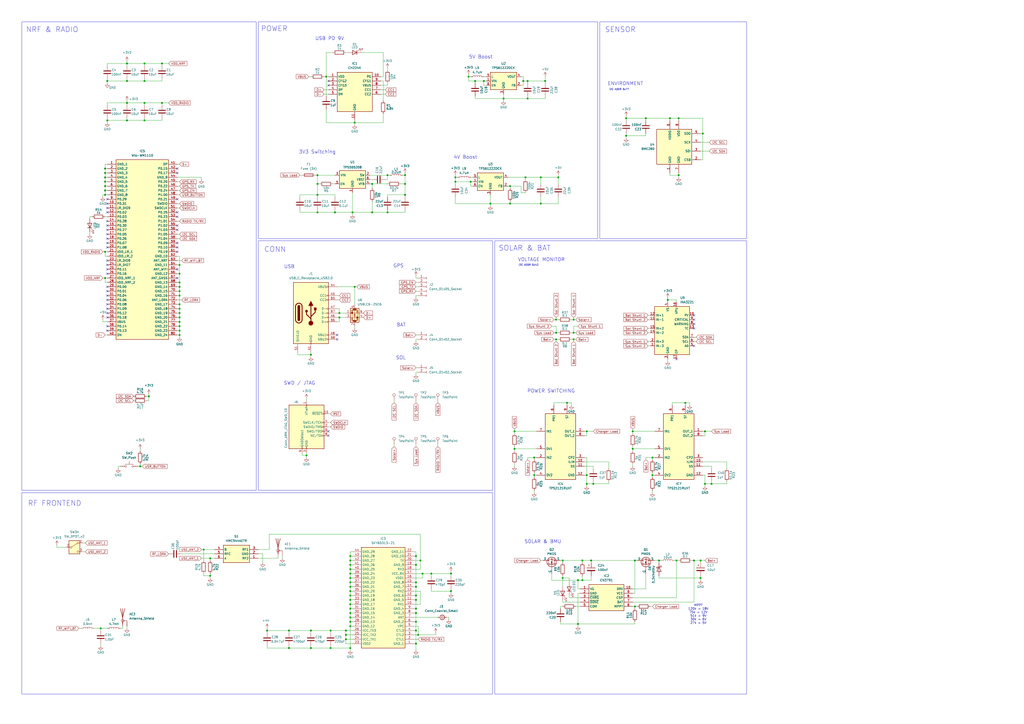
<source format=kicad_sch>
(kicad_sch (version 20250114) (generator "eeschema") (generator_version "9.0")
  (paper "A2")
  (rectangle (start 12.7 12.7) (end 148.59 284.48))
  (rectangle (start 149.86 12.7) (end 346.71 138.43))
  (rectangle (start 149.86 139.7) (end 285.75 284.48))
  (rectangle (start 287.02 139.7) (end 433.07 402.59))
  (rectangle (start 347.98 12.7) (end 433.07 138.43))
  (rectangle (start 12.7 285.75) (end 285.75 402.59))
  (text "I2C ADDR 0x77" (at 364.998 52.578 0) (effects (font (size 1 1)) (justify right bottom)))
  (text "3V3 Switching" (at 194.818 89.408 0) (effects (font (size 2 2)) (justify right bottom)))
  (text "GPS" (at 234.188 155.448 0) (effects (font (size 2 2)) (justify right bottom)))
  (text "MPPT\n120k = 18V\n75k = 12V\n51k = 9V\n30k = 6V\n27k = 5V" (at 405.13 356.362 0) (effects (font (size 1.27 1.27))))
  (text "ENVIRONMENT" (at 373.126 49.784 0) (effects (font (size 2 2)) (justify right bottom)))
  (text "BAT" (at 235.458 189.738 0) (effects (font (size 2 2)) (justify right bottom)))
  (text "SENSOR" (at 368.808 19.05 0) (effects (font (size 3 3)) (justify right bottom)))
  (text "VOLTAGE MONITOR" (at 327.66 151.892 0) (effects (font (size 2 2)) (justify right bottom)))
  (text "5V Boost" (at 285.75 34.29 0) (effects (font (size 2 2)) (justify right bottom)))
  (text "CONN" (at 165.862 146.558 0) (effects (font (size 3 3)) (justify right bottom)))
  (text "SOL" (at 235.458 208.788 0) (effects (font (size 2 2)) (justify right bottom)))
  (text "4V Boost" (at 276.86 92.456 0) (effects (font (size 2 2)) (justify right bottom)))
  (text "SOLAR & BAT" (at 319.532 145.796 0) (effects (font (size 3 3)) (justify right bottom)))
  (text "SWD / JTAG" (at 182.88 223.52 0) (effects (font (size 2 2)) (justify right bottom)))
  (text "I2C ADDR 0x42\n" (at 312.42 154.432 0) (effects (font (size 1 1)) (justify right bottom)))
  (text "NRF & RADIO" (at 45.466 19.05 0) (effects (font (size 3 3)) (justify right bottom)))
  (text "USB PD 9V" (at 199.644 23.622 0) (effects (font (size 2 2)) (justify right bottom)))
  (text "SOLAR & BMU" (at 325.628 315.468 0) (effects (font (size 2 2)) (justify right bottom)))
  (text "POWER" (at 166.878 18.542 0) (effects (font (size 3 3)) (justify right bottom)))
  (text "USB\n" (at 170.942 155.956 0) (effects (font (size 2 2)) (justify right bottom)))
  (text "RF FRONTEND" (at 47.244 293.878 0) (effects (font (size 3 3)) (justify right bottom)))
  (text "POWER SWITCHING" (at 333.502 228.092 0) (effects (font (size 2 2)) (justify right bottom)))
  (junction (at 196.85 181.61))
  (junction (at 264.16 105.41))
  (junction (at 203.2 340.36))
  (junction (at 104.14 186.69))
  (junction (at 203.2 325.12))
  (junction (at 332.74 193.04))
  (junction (at 306.07 57.15))
  (junction (at 215.9 123.19))
  (junction (at 203.2 345.44))
  (junction (at 73.66 59.69))
  (junction (at 203.2 337.82))
  (junction (at 242.57 368.3))
  (junction (at 241.3 337.82))
  (junction (at 392.43 325.12))
  (junction (at 271.78 44.45))
  (junction (at 241.3 360.68))
  (junction (at 241.3 347.98))
  (junction (at 241.3 345.44))
  (junction (at 104.14 171.45))
  (junction (at 60.96 97.79))
  (junction (at 60.96 161.29))
  (junction (at 408.94 280.67))
  (junction (at 86.36 229.87))
  (junction (at 241.3 340.36))
  (junction (at 121.92 323.85))
  (junction (at 393.7 68.58))
  (junction (at 180.34 205.74))
  (junction (at 340.36 275.59))
  (junction (at 342.9 325.12))
  (junction (at 60.96 146.05))
  (junction (at 368.3 351.79))
  (junction (at 104.14 163.83))
  (junction (at 93.98 36.83))
  (junction (at 224.79 101.6))
  (junction (at 313.69 102.87))
  (junction (at 203.2 363.22))
  (junction (at 194.31 123.19))
  (junction (at 273.05 105.41))
  (junction (at 322.58 193.04))
  (junction (at 397.51 233.68))
  (junction (at 309.88 265.43))
  (junction (at 387.35 173.99))
  (junction (at 203.2 350.52))
  (junction (at 295.91 118.11))
  (junction (at 104.14 166.37))
  (junction (at 104.14 179.07))
  (junction (at 406.4 335.28))
  (junction (at 241.3 365.76))
  (junction (at 60.96 107.95))
  (junction (at 184.15 123.19))
  (junction (at 104.14 194.31))
  (junction (at 104.14 158.75))
  (junction (at 104.14 184.15))
  (junction (at 154.94 365.76))
  (junction (at 189.23 44.45))
  (junction (at 83.82 59.69))
  (junction (at 203.2 342.9))
  (junction (at 224.79 123.19))
  (junction (at 382.27 325.12))
  (junction (at 200.66 365.76))
  (junction (at 250.19 332.74))
  (junction (at 292.1 57.15))
  (junction (at 62.23 46.99))
  (junction (at 245.11 332.74))
  (junction (at 203.2 332.74))
  (junction (at 316.23 46.99))
  (junction (at 323.85 102.87))
  (junction (at 60.96 113.03))
  (junction (at 196.85 184.15))
  (junction (at 367.03 250.19))
  (junction (at 332.74 185.42))
  (junction (at 295.91 107.95))
  (junction (at 406.4 325.12))
  (junction (at 203.2 358.14))
  (junction (at 261.62 332.74))
  (junction (at 303.53 46.99))
  (junction (at 205.74 71.12))
  (junction (at 62.23 69.85))
  (junction (at 93.98 59.69))
  (junction (at 241.3 327.66))
  (junction (at 304.8 102.87))
  (junction (at 58.42 364.49))
  (junction (at 337.82 336.55))
  (junction (at 200.66 370.84))
  (junction (at 407.67 77.47))
  (junction (at 234.95 113.03))
  (junction (at 335.28 336.55))
  (junction (at 402.59 325.12))
  (junction (at 280.67 46.99))
  (junction (at 322.58 185.42))
  (junction (at 118.11 318.77))
  (junction (at 73.66 69.85))
  (junction (at 243.84 325.12))
  (junction (at 241.3 373.38))
  (junction (at 83.82 46.99))
  (junction (at 284.48 118.11))
  (junction (at 203.2 355.6))
  (junction (at 104.14 181.61))
  (junction (at 184.15 101.6))
  (junction (at 104.14 189.23))
  (junction (at 104.14 191.77))
  (junction (at 264.16 102.87))
  (junction (at 191.77 375.92))
  (junction (at 313.69 118.11))
  (junction (at 368.3 325.12))
  (junction (at 367.03 260.35))
  (junction (at 203.2 347.98))
  (junction (at 204.47 123.19))
  (junction (at 191.77 365.76))
  (junction (at 340.36 250.19))
  (junction (at 408.94 250.19))
  (junction (at 60.96 110.49))
  (junction (at 388.62 68.58))
  (junction (at 60.96 102.87))
  (junction (at 234.95 106.68))
  (junction (at 203.2 330.2))
  (junction (at 241.3 355.6))
  (junction (at 180.34 365.76))
  (junction (at 203.2 360.68))
  (junction (at 378.46 275.59))
  (junction (at 104.14 153.67))
  (junction (at 104.14 168.91))
  (junction (at 363.22 78.74))
  (junction (at 378.46 265.43))
  (junction (at 73.66 46.99))
  (junction (at 374.65 68.58))
  (junction (at 215.9 106.68))
  (junction (at 60.96 100.33))
  (junction (at 180.34 375.92))
  (junction (at 309.88 275.59))
  (junction (at 104.14 176.53))
  (junction (at 83.82 69.85))
  (junction (at 167.64 375.92))
  (junction (at 205.74 166.37))
  (junction (at 328.93 233.68))
  (junction (at 121.92 334.01))
  (junction (at 83.82 36.83))
  (junction (at 340.36 280.67))
  (junction (at 184.15 113.03))
  (junction (at 60.96 105.41))
  (junction (at 184.15 106.68))
  (junction (at 234.95 101.6))
  (junction (at 203.2 375.92))
  (junction (at 167.64 365.76))
  (junction (at 306.07 46.99))
  (junction (at 241.3 353.06))
  (junction (at 203.2 335.28))
  (junction (at 298.45 250.19))
  (junction (at 326.39 335.28))
  (junction (at 73.66 36.83))
  (junction (at 335.28 361.95))
  (junction (at 363.22 68.58))
  (junction (at 337.82 325.12))
  (junction (at 326.39 325.12))
  (junction (at 81.28 270.51))
  (junction (at 203.2 327.66))
  (junction (at 344.17 280.67))
  (junction (at 298.45 260.35))
  (junction (at 322.58 196.85))
  (junction (at 177.8 264.16))
  (junction (at 393.7 101.6))
  (junction (at 261.62 342.9))
  (junction (at 203.2 322.58))
  (junction (at 203.2 353.06))
  (junction (at 332.74 196.85))
  (junction (at 200.66 368.3))
  (junction (at 241.3 322.58))
  (junction (at 275.59 46.99))
  (junction (at 412.75 280.67))
  (no_connect (at 62.23 166.37))
  (no_connect (at 102.87 143.51))
  (no_connect (at 62.23 151.13))
  (no_connect (at 102.87 146.05))
  (no_connect (at 62.23 133.35))
  (no_connect (at 102.87 133.35))
  (no_connect (at 190.5 250.19))
  (no_connect (at 62.23 184.15))
  (no_connect (at 102.87 123.19))
  (no_connect (at 62.23 171.45))
  (no_connect (at 190.5 46.99))
  (no_connect (at 102.87 161.29))
  (no_connect (at 62.23 123.19))
  (no_connect (at 402.59 182.88))
  (no_connect (at 195.58 196.85))
  (no_connect (at 62.23 120.65))
  (no_connect (at 190.5 49.53))
  (no_connect (at 402.59 187.96))
  (no_connect (at 102.87 100.33))
  (no_connect (at 62.23 143.51))
  (no_connect (at 102.87 115.57))
  (no_connect (at 402.59 190.5))
  (no_connect (at 62.23 181.61))
  (no_connect (at 402.59 185.42))
  (no_connect (at 62.23 179.07))
  (no_connect (at 62.23 138.43))
  (no_connect (at 62.23 168.91))
  (no_connect (at 62.23 158.75))
  (no_connect (at 62.23 130.81))
  (no_connect (at 102.87 140.97))
  (no_connect (at 102.87 125.73))
  (no_connect (at 62.23 115.57))
  (no_connect (at 62.23 128.27))
  (no_connect (at 62.23 135.89))
  (no_connect (at 62.23 173.99))
  (no_connect (at 62.23 156.21))
  (no_connect (at 62.23 140.97))
  (no_connect (at 102.87 130.81))
  (no_connect (at 102.87 156.21))
  (no_connect (at 195.58 194.31))
  (no_connect (at 62.23 176.53))
  (no_connect (at 62.23 191.77))
  (no_connect (at 62.23 189.23))
  (no_connect (at 102.87 97.79))
  (no_connect (at 392.43 208.28))
  (no_connect (at 402.59 200.66))
  (no_connect (at 62.23 153.67))
  (no_connect (at 190.5 252.73))
  (no_connect (at 62.23 118.11))
  (wire (pts (xy 335.28 341.63) (xy 336.55 341.63)))
  (wire (pts (xy 316.23 48.26) (xy 316.23 46.99)))
  (wire (pts (xy 363.22 78.74) (xy 374.65 78.74)))
  (wire (pts (xy 280.67 46.99) (xy 281.94 46.99)))
  (wire (pts (xy 284.48 119.38) (xy 284.48 118.11)))
  (wire (pts (xy 83.82 59.69) (xy 83.82 60.96)))
  (wire (pts (xy 332.74 193.04) (xy 332.74 189.23)))
  (wire (pts (xy 322.58 185.42) (xy 322.58 184.15)))
  (wire (pts (xy 342.9 325.12) (xy 342.9 326.39)))
  (wire (pts (xy 104.14 171.45) (xy 104.14 176.53)))
  (wire (pts (xy 203.2 350.52) (xy 204.47 350.52)))
  (wire (pts (xy 342.9 334.01) (xy 342.9 336.55)))
  (wire (pts (xy 240.03 365.76) (xy 241.3 365.76)))
  (wire (pts (xy 313.69 114.3) (xy 313.69 118.11)))
  (wire (pts (xy 102.87 179.07) (xy 104.14 179.07)))
  (wire (pts (xy 340.36 280.67) (xy 340.36 281.94)))
  (wire (pts (xy 412.75 280.67) (xy 408.94 280.67)))
  (wire (pts (xy 389.89 234.95) (xy 389.89 233.68)))
  (wire (pts (xy 179.07 44.45) (xy 180.34 44.45)))
  (wire (pts (xy 173.99 123.19) (xy 173.99 121.92)))
  (wire (pts (xy 242.57 215.9) (xy 241.3 215.9)))
  (wire (pts (xy 180.34 365.76) (xy 180.34 367.03)))
  (wire (pts (xy 203.2 358.14) (xy 204.47 358.14)))
  (wire (pts (xy 309.88 284.48) (xy 309.88 285.75)))
  (wire (pts (xy 304.8 102.87) (xy 313.69 102.87)))
  (wire (pts (xy 241.3 340.36) (xy 241.3 345.44)))
  (wire (pts (xy 62.23 46.99) (xy 62.23 45.72)))
  (wire (pts (xy 274.32 107.95) (xy 273.05 107.95)))
  (wire (pts (xy 368.3 344.17) (xy 368.3 325.12)))
  (wire (pts (xy 83.82 36.83) (xy 73.66 36.83)))
  (wire (pts (xy 382.27 325.12) (xy 382.27 326.39)))
  (wire (pts (xy 234.95 101.6) (xy 234.95 106.68)))
  (wire (pts (xy 205.74 71.12) (xy 205.74 72.39)))
  (wire (pts (xy 240.03 370.84) (xy 242.57 370.84)))
  (wire (pts (xy 104.14 113.03) (xy 102.87 113.03)))
  (wire (pts (xy 387.35 173.99) (xy 387.35 175.26)))
  (wire (pts (xy 163.83 322.58) (xy 163.83 323.85)))
  (wire (pts (xy 60.96 194.31) (xy 62.23 194.31)))
  (wire (pts (xy 326.39 335.28) (xy 326.39 340.36)))
  (wire (pts (xy 240.03 350.52) (xy 243.84 350.52)))
  (wire (pts (xy 271.78 44.45) (xy 271.78 46.99)))
  (wire (pts (xy 196.85 179.07) (xy 196.85 181.61)))
  (wire (pts (xy 184.15 113.03) (xy 194.31 113.03)))
  (wire (pts (xy 204.47 320.04) (xy 203.2 320.04)))
  (wire (pts (xy 421.64 267.97) (xy 421.64 271.78)))
  (wire (pts (xy 382.27 325.12) (xy 383.54 325.12)))
  (wire (pts (xy 309.88 275.59) (xy 309.88 274.32)))
  (wire (pts (xy 241.3 166.37) (xy 242.57 166.37)))
  (wire (pts (xy 203.2 360.68) (xy 204.47 360.68)))
  (wire (pts (xy 203.2 355.6) (xy 204.47 355.6)))
  (wire (pts (xy 375.92 198.12) (xy 377.19 198.12)))
  (wire (pts (xy 116.84 318.77) (xy 118.11 318.77)))
  (wire (pts (xy 205.74 166.37) (xy 207.01 166.37)))
  (wire (pts (xy 335.28 336.55) (xy 320.04 336.55)))
  (wire (pts (xy 242.57 363.22) (xy 242.57 368.3)))
  (wire (pts (xy 203.2 340.36) (xy 204.47 340.36)))
  (wire (pts (xy 189.23 63.5) (xy 189.23 71.12)))
  (wire (pts (xy 203.2 332.74) (xy 203.2 335.28)))
  (wire (pts (xy 195.58 181.61) (xy 196.85 181.61)))
  (wire (pts (xy 304.8 104.14) (xy 304.8 102.87)))
  (wire (pts (xy 367.03 260.35) (xy 367.03 261.62)))
  (wire (pts (xy 331.47 193.04) (xy 332.74 193.04)))
  (wire (pts (xy 116.84 102.87) (xy 116.84 104.14)))
  (wire (pts (xy 81.28 260.35) (xy 81.28 261.62)))
  (wire (pts (xy 322.58 193.04) (xy 323.85 193.04)))
  (wire (pts (xy 220.98 49.53) (xy 224.79 49.53)))
  (wire (pts (xy 194.31 113.03) (xy 194.31 114.3)))
  (wire (pts (xy 196.85 186.69) (xy 195.58 186.69)))
  (wire (pts (xy 184.15 101.6) (xy 184.15 106.68)))
  (wire (pts (xy 240.03 373.38) (xy 241.3 373.38)))
  (wire (pts (xy 259.08 358.14) (xy 260.35 358.14)))
  (wire (pts (xy 205.74 189.23) (xy 205.74 190.5)))
  (wire (pts (xy 182.88 101.6) (xy 184.15 101.6)))
  (wire (pts (xy 254 358.14) (xy 240.03 358.14)))
  (wire (pts (xy 80.01 270.51) (xy 81.28 270.51)))
  (wire (pts (xy 193.04 106.68) (xy 194.31 106.68)))
  (wire (pts (xy 203.2 347.98) (xy 203.2 350.52)))
  (wire (pts (xy 295.91 107.95) (xy 295.91 109.22)))
  (wire (pts (xy 367.03 260.35) (xy 379.73 260.35)))
  (wire (pts (xy 62.23 68.58) (xy 62.23 69.85)))
  (wire (pts (xy 224.79 101.6) (xy 226.06 101.6)))
  (wire (pts (xy 367.03 250.19) (xy 367.03 251.46)))
  (wire (pts (xy 102.87 189.23) (xy 104.14 189.23)))
  (wire (pts (xy 322.58 196.85) (xy 322.58 198.12)))
  (wire (pts (xy 367.03 250.19) (xy 379.73 250.19)))
  (wire (pts (xy 421.64 279.4) (xy 421.64 280.67)))
  (wire (pts (xy 241.3 322.58) (xy 240.03 322.58)))
  (wire (pts (xy 203.2 327.66) (xy 204.47 327.66)))
  (wire (pts (xy 344.17 270.51) (xy 339.09 270.51)))
  (wire (pts (xy 332.74 193.04) (xy 334.01 193.04)))
  (wire (pts (xy 378.46 265.43) (xy 378.46 266.7)))
  (wire (pts (xy 306.07 57.15) (xy 306.07 55.88)))
  (wire (pts (xy 224.79 123.19) (xy 234.95 123.19)))
  (wire (pts (xy 222.25 71.12) (xy 205.74 71.12)))
  (wire (pts (xy 407.67 275.59) (xy 408.94 275.59)))
  (wire (pts (xy 241.3 171.45) (xy 242.57 171.45)))
  (wire (pts (xy 203.2 342.9) (xy 204.47 342.9)))
  (wire (pts (xy 363.22 77.47) (xy 363.22 78.74)))
  (wire (pts (xy 363.22 68.58) (xy 374.65 68.58)))
  (wire (pts (xy 240.03 368.3) (xy 242.57 368.3)))
  (wire (pts (xy 215.9 116.84) (xy 215.9 123.19)))
  (wire (pts (xy 298.45 269.24) (xy 298.45 270.51)))
  (wire (pts (xy 323.85 102.87) (xy 313.69 102.87)))
  (wire (pts (xy 313.69 102.87) (xy 313.69 106.68)))
  (wire (pts (xy 335.28 336.55) (xy 335.28 341.63)))
  (wire (pts (xy 102.87 173.99) (xy 105.41 173.99)))
  (wire (pts (xy 323.85 196.85) (xy 322.58 196.85)))
  (wire (pts (xy 59.69 186.69) (xy 62.23 186.69)))
  (wire (pts (xy 203.2 345.44) (xy 204.47 345.44)))
  (wire (pts (xy 222.25 46.99) (xy 222.25 58.42)))
  (wire (pts (xy 298.45 260.35) (xy 311.15 260.35)))
  (wire (pts (xy 93.98 36.83) (xy 93.98 38.1)))
  (wire (pts (xy 203.2 330.2) (xy 203.2 332.74)))
  (wire (pts (xy 102.87 102.87) (xy 116.84 102.87)))
  (wire (pts (xy 375.92 182.88) (xy 377.19 182.88)))
  (wire (pts (xy 102.87 118.11) (xy 104.14 118.11)))
  (wire (pts (xy 330.2 346.71) (xy 336.55 346.71)))
  (wire (pts (xy 196.85 179.07) (xy 195.58 179.07)))
  (wire (pts (xy 203.2 363.22) (xy 203.2 375.92)))
  (wire (pts (xy 243.84 325.12) (xy 240.03 325.12)))
  (wire (pts (xy 58.42 364.49) (xy 58.42 365.76)))
  (wire (pts (xy 60.96 105.41) (xy 62.23 105.41)))
  (wire (pts (xy 241.3 360.68) (xy 241.3 365.76)))
  (wire (pts (xy 302.26 44.45) (xy 303.53 44.45)))
  (wire (pts (xy 421.64 280.67) (xy 412.75 280.67)))
  (wire (pts (xy 203.2 337.82) (xy 203.2 340.36)))
  (wire (pts (xy 68.58 270.51) (xy 69.85 270.51)))
  (wire (pts (xy 298.45 248.92) (xy 298.45 250.19)))
  (wire (pts (xy 241.3 355.6) (xy 241.3 360.68)))
  (wire (pts (xy 60.96 113.03) (xy 62.23 113.03)))
  (wire (pts (xy 187.96 54.61) (xy 190.5 54.61)))
  (wire (pts (xy 194.31 123.19) (xy 194.31 121.92)))
  (wire (pts (xy 73.66 36.83) (xy 62.23 36.83)))
  (wire (pts (xy 306.07 57.15) (xy 316.23 57.15)))
  (wire (pts (xy 172.72 205.74) (xy 180.34 205.74)))
  (wire (pts (xy 102.87 184.15) (xy 104.14 184.15)))
  (wire (pts (xy 406.4 334.01) (xy 406.4 335.28)))
  (wire (pts (xy 339.09 250.19) (xy 340.36 250.19)))
  (wire (pts (xy 408.94 252.73) (xy 407.67 252.73)))
  (wire (pts (xy 222.25 44.45) (xy 220.98 44.45)))
  (wire (pts (xy 60.96 100.33) (xy 62.23 100.33)))
  (wire (pts (xy 167.64 365.76) (xy 180.34 365.76)))
  (wire (pts (xy 367.03 346.71) (xy 392.43 346.71)))
  (wire (pts (xy 264.16 105.41) (xy 273.05 105.41)))
  (wire (pts (xy 241.3 345.44) (xy 241.3 347.98)))
  (wire (pts (xy 102.87 153.67) (xy 104.14 153.67)))
  (wire (pts (xy 60.96 110.49) (xy 62.23 110.49)))
  (wire (pts (xy 196.85 181.61) (xy 200.66 181.61)))
  (wire (pts (xy 154.94 365.76) (xy 167.64 365.76)))
  (wire (pts (xy 393.7 102.87) (xy 393.7 101.6)))
  (wire (pts (xy 295.91 118.11) (xy 295.91 116.84)))
  (wire (pts (xy 298.45 260.35) (xy 298.45 261.62)))
  (wire (pts (xy 412.75 271.78) (xy 412.75 270.51)))
  (wire (pts (xy 161.29 323.85) (xy 161.29 322.58)))
  (wire (pts (xy 60.96 146.05) (xy 62.23 146.05)))
  (wire (pts (xy 187.96 52.07) (xy 190.5 52.07)))
  (wire (pts (xy 102.87 171.45) (xy 104.14 171.45)))
  (wire (pts (xy 330.2 345.44) (xy 330.2 346.71)))
  (wire (pts (xy 337.82 334.01) (xy 337.82 336.55)))
  (wire (pts (xy 402.59 349.25) (xy 367.03 349.25)))
  (wire (pts (xy 180.34 365.76) (xy 191.77 365.76)))
  (wire (pts (xy 250.19 332.74) (xy 261.62 332.74)))
  (wire (pts (xy 62.23 95.25) (xy 60.96 95.25)))
  (wire (pts (xy 367.03 269.24) (xy 367.03 270.51)))
  (wire (pts (xy 241.3 373.38) (xy 241.3 377.19)))
  (wire (pts (xy 397.51 233.68) (xy 400.05 233.68)))
  (wire (pts (xy 81.28 270.51) (xy 82.55 270.51)))
  (wire (pts (xy 177.8 231.14) (xy 177.8 232.41)))
  (wire (pts (xy 388.62 100.33) (xy 388.62 101.6)))
  (wire (pts (xy 275.59 46.99) (xy 280.67 46.99)))
  (wire (pts (xy 184.15 123.19) (xy 184.15 121.92)))
  (wire (pts (xy 353.06 279.4) (xy 353.06 280.67)))
  (wire (pts (xy 241.3 345.44) (xy 240.03 345.44)))
  (wire (pts (xy 189.23 44.45) (xy 190.5 44.45)))
  (wire (pts (xy 45.72 364.49) (xy 46.99 364.49)))
  (wire (pts (xy 321.31 196.85) (xy 322.58 196.85)))
  (wire (pts (xy 321.31 234.95) (xy 321.31 233.68)))
  (wire (pts (xy 374.65 68.58) (xy 388.62 68.58)))
  (wire (pts (xy 62.23 46.99) (xy 73.66 46.99)))
  (wire (pts (xy 342.9 336.55) (xy 337.82 336.55)))
  (wire (pts (xy 292.1 54.61) (xy 292.1 57.15)))
  (wire (pts (xy 321.31 233.68) (xy 328.93 233.68)))
  (wire (pts (xy 104.14 184.15) (xy 104.14 186.69)))
  (wire (pts (xy 234.95 113.03) (xy 234.95 114.3)))
  (wire (pts (xy 265.43 102.87) (xy 264.16 102.87)))
  (wire (pts (xy 311.15 275.59) (xy 309.88 275.59)))
  (wire (pts (xy 224.79 101.6) (xy 224.79 104.14)))
  (wire (pts (xy 388.62 101.6) (xy 393.7 101.6)))
  (wire (pts (xy 104.14 176.53) (xy 104.14 179.07)))
  (wire (pts (xy 93.98 59.69) (xy 97.79 59.69)))
  (wire (pts (xy 102.87 158.75) (xy 104.14 158.75)))
  (wire (pts (xy 241.3 340.36) (xy 240.03 340.36)))
  (wire (pts (xy 377.19 351.79) (xy 378.46 351.79)))
  (wire (pts (xy 382.27 334.01) (xy 382.27 335.28)))
  (wire (pts (xy 328.93 234.95) (xy 328.93 233.68)))
  (wire (pts (xy 374.65 69.85) (xy 374.65 68.58)))
  (wire (pts (xy 241.3 347.98) (xy 240.03 347.98)))
  (wire (pts (xy 337.82 336.55) (xy 335.28 336.55)))
  (wire (pts (xy 228.6 259.08) (xy 228.6 257.81)))
  (wire (pts (xy 298.45 260.35) (xy 298.45 259.08)))
  (wire (pts (xy 71.12 364.49) (xy 71.12 363.22)))
  (wire (pts (xy 392.43 173.99) (xy 392.43 175.26)))
  (wire (pts (xy 337.82 325.12) (xy 342.9 325.12)))
  (wire (pts (xy 242.57 161.29) (xy 241.3 161.29)))
  (wire (pts (xy 294.64 102.87) (xy 304.8 102.87)))
  (wire (pts (xy 241.3 322.58) (xy 241.3 327.66)))
  (wire (pts (xy 406.4 335.28) (xy 382.27 335.28)))
  (wire (pts (xy 102.87 128.27) (xy 104.14 128.27)))
  (wire (pts (xy 316.23 57.15) (xy 316.23 55.88)))
  (wire (pts (xy 242.57 194.31) (xy 241.3 194.31)))
  (wire (pts (xy 332.74 185.42) (xy 331.47 185.42)))
  (wire (pts (xy 73.66 69.85) (xy 83.82 69.85)))
  (wire (pts (xy 52.07 134.62) (xy 52.07 135.89)))
  (wire (pts (xy 104.14 191.77) (xy 104.14 194.31)))
  (wire (pts (xy 177.8 264.16) (xy 177.8 265.43)))
  (wire (pts (xy 340.36 265.43) (xy 340.36 275.59)))
  (wire (pts (xy 342.9 325.12) (xy 368.3 325.12)))
  (wire (pts (xy 203.2 358.14) (xy 203.2 360.68)))
  (wire (pts (xy 374.65 266.7) (xy 374.65 265.43)))
  (wire (pts (xy 60.96 102.87) (xy 62.23 102.87)))
  (wire (pts (xy 309.88 275.59) (xy 309.88 276.86)))
  (wire (pts (xy 93.98 36.83) (xy 83.82 36.83)))
  (wire (pts (xy 337.82 325.12) (xy 337.82 326.39)))
  (wire (pts (xy 60.96 107.95) (xy 62.23 107.95)))
  (wire (pts (xy 104.14 189.23) (xy 104.14 191.77)))
  (wire (pts (xy 184.15 106.68) (xy 184.15 113.03)))
  (wire (pts (xy 204.47 124.46) (xy 204.47 123.19)))
  (wire (pts (xy 203.2 345.44) (xy 203.2 347.98)))
  (wire (pts (xy 368.3 325.12) (xy 369.57 325.12)))
  (wire (pts (xy 378.46 284.48) (xy 378.46 285.75)))
  (wire (pts (xy 240.03 353.06) (xy 241.3 353.06)))
  (wire (pts (xy 306.07 266.7) (xy 306.07 265.43)))
  (wire (pts (xy 412.75 270.51) (xy 407.67 270.51)))
  (wire (pts (xy 104.14 166.37) (xy 104.14 168.91)))
  (wire (pts (xy 242.57 368.3) (xy 252.73 368.3)))
  (wire (pts (xy 388.62 68.58) (xy 393.7 68.58)))
  (wire (pts (xy 102.87 168.91) (xy 104.14 168.91)))
  (wire (pts (xy 224.79 40.64) (xy 224.79 39.37)))
  (wire (pts (xy 62.23 71.12) (xy 62.23 69.85)))
  (wire (pts (xy 321.31 185.42) (xy 322.58 185.42)))
  (wire (pts (xy 241.3 168.91) (xy 242.57 168.91)))
  (wire (pts (xy 408.94 250.19) (xy 408.94 252.73)))
  (wire (pts (xy 228.6 233.68) (xy 228.6 232.41)))
  (wire (pts (xy 334.01 351.79) (xy 336.55 351.79)))
  (wire (pts (xy 180.34 374.65) (xy 180.34 375.92)))
  (wire (pts (xy 393.7 69.85) (xy 393.7 68.58)))
  (wire (pts (xy 328.93 233.68) (xy 331.47 233.68)))
  (wire (pts (xy 408.94 280.67) (xy 408.94 281.94)))
  (wire (pts (xy 203.2 332.74) (xy 204.47 332.74)))
  (wire (pts (xy 392.43 346.71) (xy 392.43 325.12)))
  (wire (pts (xy 261.62 331.47) (xy 261.62 332.74)))
  (wire (pts (xy 83.82 36.83) (xy 83.82 38.1)))
  (wire (pts (xy 243.84 309.88) (xy 243.84 325.12)))
  (wire (pts (xy 326.39 334.01) (xy 326.39 335.28)))
  (wire (pts (xy 121.92 323.85) (xy 121.92 325.12)))
  (wire (pts (xy 204.47 111.76) (xy 204.47 123.19)))
  (wire (pts (xy 209.55 30.48) (xy 222.25 30.48)))
  (wire (pts (xy 273.05 102.87) (xy 274.32 102.87)))
  (wire (pts (xy 191.77 365.76) (xy 200.66 365.76)))
  (wire (pts (xy 275.59 57.15) (xy 275.59 55.88)))
  (wire (pts (xy 73.66 46.99) (xy 73.66 45.72)))
  (wire (pts (xy 205.74 176.53) (xy 205.74 166.37)))
  (wire (pts (xy 325.12 351.79) (xy 326.39 351.79)))
  (wire (pts (xy 393.7 101.6) (xy 393.7 100.33)))
  (wire (pts (xy 407.67 250.19) (xy 408.94 250.19)))
  (wire (pts (xy 121.92 334.01) (xy 121.92 335.28)))
  (wire (pts (xy 241.3 327.66) (xy 241.3 337.82)))
  (wire (pts (xy 292.1 58.42) (xy 292.1 57.15)))
  (wire (pts (xy 215.9 106.68) (xy 215.9 109.22)))
  (wire (pts (xy 214.63 104.14) (xy 215.9 104.14)))
  (wire (pts (xy 203.2 340.36) (xy 203.2 342.9)))
  (wire (pts (xy 52.07 127) (xy 52.07 125.73)))
  (wire (pts (xy 190.5 245.11) (xy 191.77 245.11)))
  (wire (pts (xy 406.4 325.12) (xy 408.94 325.12)))
  (wire (pts (xy 224.79 49.53) (xy 224.79 48.26)))
  (wire (pts (xy 200.66 370.84) (xy 200.66 368.3)))
  (wire (pts (xy 194.31 123.19) (xy 204.47 123.19)))
  (wire (pts (xy 264.16 102.87) (xy 264.16 105.41)))
  (wire (pts (xy 116.84 323.85) (xy 121.92 323.85)))
  (wire (pts (xy 332.74 189.23) (xy 335.28 189.23)))
  (wire (pts (xy 326.39 325.12) (xy 337.82 325.12)))
  (wire (pts (xy 154.94 365.76) (xy 154.94 367.03)))
  (wire (pts (xy 322.58 193.04) (xy 322.58 189.23)))
  (wire (pts (xy 241.3 365.76) (xy 241.3 373.38)))
  (wire (pts (xy 184.15 113.03) (xy 184.15 114.3)))
  (wire (pts (xy 173.99 123.19) (xy 184.15 123.19)))
  (wire (pts (xy 102.87 176.53) (xy 104.14 176.53)))
  (wire (pts (xy 189.23 30.48) (xy 193.04 30.48)))
  (wire (pts (xy 367.03 260.35) (xy 367.03 259.08)))
  (wire (pts (xy 280.67 49.53) (xy 280.67 46.99)))
  (wire (pts (xy 220.98 52.07) (xy 223.52 52.07)))
  (wire (pts (xy 234.95 113.03) (xy 224.79 113.03)))
  (wire (pts (xy 271.78 43.18) (xy 271.78 44.45)))
  (wire (pts (xy 335.28 344.17) (xy 336.55 344.17)))
  (wire (pts (xy 203.2 325.12) (xy 203.2 327.66)))
  (wire (pts (xy 407.67 77.47) (xy 407.67 68.58)))
  (wire (pts (xy 196.85 184.15) (xy 200.66 184.15)))
  (wire (pts (xy 261.62 341.63) (xy 261.62 342.9)))
  (wire (pts (xy 93.98 46.99) (xy 93.98 45.72)))
  (wire (pts (xy 340.36 250.19) (xy 344.17 250.19)))
  (wire (pts (xy 353.06 280.67) (xy 344.17 280.67)))
  (wire (pts (xy 281.94 49.53) (xy 280.67 49.53)))
  (wire (pts (xy 121.92 332.74) (xy 121.92 334.01)))
  (wire (pts (xy 180.34 375.92) (xy 191.77 375.92)))
  (wire (pts (xy 196.85 184.15) (xy 196.85 186.69)))
  (wire (pts (xy 271.78 46.99) (xy 275.59 46.99)))
  (wire (pts (xy 363.22 67.31) (xy 363.22 68.58)))
  (wire (pts (xy 368.3 361.95) (xy 368.3 360.68)))
  (wire (pts (xy 252.73 368.3) (xy 252.73 367.03)))
  (wire (pts (xy 234.95 100.33) (xy 234.95 101.6)))
  (wire (pts (xy 242.57 213.36) (xy 241.3 213.36)))
  (wire (pts (xy 83.82 46.99) (xy 83.82 45.72)))
  (wire (pts (xy 402.59 198.12) (xy 403.86 198.12)))
  (wire (pts (xy 195.58 171.45) (xy 196.85 171.45)))
  (wire (pts (xy 335.28 361.95) (xy 368.3 361.95)))
  (wire (pts (xy 203.2 325.12) (xy 204.47 325.12)))
  (wire (pts (xy 203.2 335.28) (xy 204.47 335.28)))
  (wire (pts (xy 298.45 250.19) (xy 298.45 251.46)))
  (wire (pts (xy 60.96 110.49) (xy 60.96 113.03)))
  (wire (pts (xy 402.59 325.12) (xy 406.4 325.12)))
  (wire (pts (xy 323.85 118.11) (xy 323.85 114.3)))
  (wire (pts (xy 340.36 275.59) (xy 340.36 280.67)))
  (wire (pts (xy 224.79 113.03) (xy 224.79 114.3)))
  (wire (pts (xy 33.02 317.5) (xy 38.1 317.5)))
  (wire (pts (xy 406.4 336.55) (xy 406.4 335.28)))
  (wire (pts (xy 241.3 160.02) (xy 241.3 161.29)))
  (wire (pts (xy 250.19 334.01) (xy 250.19 332.74)))
  (wire (pts (xy 58.42 364.49) (xy 62.23 364.49)))
  (wire (pts (xy 48.26 314.96) (xy 49.53 314.96)))
  (wire (pts (xy 203.2 360.68) (xy 203.2 363.22)))
  (wire (pts (xy 73.66 68.58) (xy 73.66 69.85)))
  (wire (pts (xy 149.86 318.77) (xy 156.21 318.77)))
  (wire (pts (xy 223.52 104.14) (xy 224.79 104.14)))
  (wire (pts (xy 68.58 271.78) (xy 68.58 270.51)))
  (wire (pts (xy 316.23 44.45) (xy 316.23 46.99)))
  (wire (pts (xy 240.03 330.2) (xy 243.84 330.2)))
  (wire (pts (xy 189.23 71.12) (xy 205.74 71.12)))
  (wire (pts (xy 406.4 82.55) (xy 411.48 82.55)))
  (wire (pts (xy 102.87 148.59) (xy 104.14 148.59)))
  (wire (pts (xy 102.87 151.13) (xy 105.41 151.13)))
  (wire (pts (xy 190.5 240.03) (xy 191.77 240.03)))
  (wire (pts (xy 353.06 267.97) (xy 353.06 271.78)))
  (wire (pts (xy 245.11 332.74) (xy 245.11 335.28)))
  (wire (pts (xy 180.34 207.01) (xy 180.34 205.74)))
  (wire (pts (xy 374.65 341.63) (xy 367.03 341.63)))
  (wire (pts (xy 33.02 316.23) (xy 33.02 317.5)))
  (wire (pts (xy 172.72 204.47) (xy 172.72 205.74)))
  (wire (pts (xy 60.96 100.33) (xy 60.96 102.87)))
  (wire (pts (xy 374.65 77.47) (xy 374.65 78.74)))
  (wire (pts (xy 406.4 77.47) (xy 407.67 77.47)))
  (wire (pts (xy 408.94 250.19) (xy 412.75 250.19)))
  (wire (pts (xy 93.98 59.69) (xy 83.82 59.69)))
  (wire (pts (xy 374.65 265.43) (xy 378.46 265.43)))
  (wire (pts (xy 73.66 46.99) (xy 83.82 46.99)))
  (wire (pts (xy 52.07 125.73) (xy 53.34 125.73)))
  (wire (pts (xy 104.14 148.59) (xy 104.14 153.67)))
  (wire (pts (xy 81.28 269.24) (xy 81.28 270.51)))
  (wire (pts (xy 187.96 44.45) (xy 189.23 44.45)))
  (wire (pts (xy 406.4 87.63) (xy 411.48 87.63)))
  (wire (pts (xy 375.92 190.5) (xy 377.19 190.5)))
  (wire (pts (xy 254 233.68) (xy 254 232.41)))
  (wire (pts (xy 264.16 105.41) (xy 264.16 106.68)))
  (wire (pts (xy 73.66 36.83) (xy 73.66 38.1)))
  (wire (pts (xy 320.04 332.74) (xy 320.04 336.55)))
  (wire (pts (xy 332.74 184.15) (xy 332.74 185.42)))
  (wire (pts (xy 73.66 35.56) (xy 73.66 36.83)))
  (wire (pts (xy 58.42 373.38) (xy 58.42 374.65)))
  (wire (pts (xy 60.96 107.95) (xy 60.96 110.49)))
  (wire (pts (xy 86.36 232.41) (xy 85.09 232.41)))
  (wire (pts (xy 62.23 69.85) (xy 73.66 69.85)))
  (wire (pts (xy 59.69 185.42) (xy 59.69 186.69)))
  (wire (pts (xy 378.46 275.59) (xy 378.46 276.86)))
  (wire (pts (xy 241.3 337.82) (xy 240.03 337.82)))
  (wire (pts (xy 275.59 46.99) (xy 275.59 48.26)))
  (wire (pts (xy 243.84 350.52) (xy 243.84 342.9)))
  (wire (pts (xy 344.17 280.67) (xy 340.36 280.67)))
  (wire (pts (xy 241.3 215.9) (xy 241.3 217.17)))
  (wire (pts (xy 59.69 113.03) (xy 60.96 113.03)))
  (wire (pts (xy 241.3 353.06) (xy 241.3 355.6)))
  (wire (pts (xy 273.05 105.41) (xy 274.32 105.41)))
  (wire (pts (xy 339.09 265.43) (xy 340.36 265.43)))
  (wire (pts (xy 402.59 195.58) (xy 403.86 195.58)))
  (wire (pts (xy 309.88 265.43) (xy 311.15 265.43)))
  (wire (pts (xy 340.36 252.73) (xy 339.09 252.73)))
  (wire (pts (xy 306.07 265.43) (xy 309.88 265.43)))
  (wire (pts (xy 97.79 36.83) (xy 93.98 36.83)))
  (wire (pts (xy 86.36 228.6) (xy 86.36 229.87)))
  (wire (pts (xy 240.03 360.68) (xy 241.3 360.68)))
  (wire (pts (xy 220.98 54.61) (xy 223.52 54.61)))
  (wire (pts (xy 60.96 163.83) (xy 60.96 161.29)))
  (wire (pts (xy 195.58 166.37) (xy 205.74 166.37)))
  (wire (pts (xy 195.58 173.99) (xy 196.85 173.99)))
  (wire (pts (xy 102.87 163.83) (xy 104.14 163.83)))
  (wire (pts (xy 83.82 59.69) (xy 73.66 59.69)))
  (wire (pts (xy 336.55 349.25) (xy 326.39 349.25)))
  (wire (pts (xy 344.17 271.78) (xy 344.17 270.51)))
  (wire (pts (xy 389.89 233.68) (xy 397.51 233.68)))
  (wire (pts (xy 339.09 267.97) (xy 353.06 267.97)))
  (wire (pts (xy 243.84 330.2) (xy 243.84 325.12)))
  (wire (pts (xy 335.28 361.95) (xy 335.28 363.22)))
  (wire (pts (xy 200.66 368.3) (xy 200.66 365.76)))
  (wire (pts (xy 104.14 168.91) (xy 104.14 171.45)))
  (wire (pts (xy 344.17 279.4) (xy 344.17 280.67)))
  (wire (pts (xy 222.25 30.48) (xy 222.25 44.45)))
  (wire (pts (xy 48.26 320.04) (xy 49.53 320.04)))
  (wire (pts (xy 250.19 342.9) (xy 261.62 342.9)))
  (wire (pts (xy 378.46 265.43) (xy 379.73 265.43)))
  (wire (pts (xy 316.23 46.99) (xy 306.07 46.99)))
  (wire (pts (xy 393.7 68.58) (xy 407.67 68.58)))
  (wire (pts (xy 332.74 196.85) (xy 332.74 198.12)))
  (wire (pts (xy 118.11 318.77) (xy 118.11 325.12)))
  (wire (pts (xy 203.2 327.66) (xy 203.2 330.2)))
  (wire (pts (xy 243.84 342.9) (xy 240.03 342.9)))
  (wire (pts (xy 54.61 364.49) (xy 58.42 364.49)))
  (wire (pts (xy 304.8 111.76) (xy 302.26 111.76)))
  (wire (pts (xy 118.11 318.77) (xy 124.46 318.77)))
  (wire (pts (xy 234.95 121.92) (xy 234.95 123.19)))
  (wire (pts (xy 83.82 69.85) (xy 93.98 69.85)))
  (wire (pts (xy 156.21 309.88) (xy 156.21 318.77)))
  (wire (pts (xy 275.59 57.15) (xy 292.1 57.15)))
  (wire (pts (xy 73.66 363.22) (xy 73.66 364.49)))
  (wire (pts (xy 200.66 368.3) (xy 204.47 368.3)))
  (wire (pts (xy 173.99 101.6) (xy 175.26 101.6)))
  (wire (pts (xy 62.23 48.26) (xy 62.23 46.99)))
  (wire (pts (xy 309.88 265.43) (xy 309.88 266.7)))
  (wire (pts (xy 392.43 325.12) (xy 393.7 325.12)))
  (wire (pts (xy 60.96 95.25) (xy 60.96 97.79)))
  (wire (pts (xy 332.74 196.85) (xy 334.01 196.85)))
  (wire (pts (xy 241.3 196.85) (xy 241.3 198.12)))
  (wire (pts (xy 215.9 123.19) (xy 224.79 123.19)))
  (wire (pts (xy 191.77 375.92) (xy 203.2 375.92)))
  (wire (pts (xy 273.05 107.95) (xy 273.05 105.41)))
  (wire (pts (xy 313.69 118.11) (xy 323.85 118.11)))
  (wire (pts (xy 121.92 323.85) (xy 124.46 323.85)))
  (wire (pts (xy 325.12 361.95) (xy 325.12 360.68)))
  (wire (pts (xy 69.85 364.49) (xy 71.12 364.49)))
  (wire (pts (xy 62.23 59.69) (xy 62.23 60.96)))
  (wire (pts (xy 102.87 138.43) (xy 104.14 138.43)))
  (wire (pts (xy 303.53 46.99) (xy 306.07 46.99)))
  (wire (pts (xy 240.03 332.74) (xy 245.11 332.74)))
  (wire (pts (xy 104.14 158.75) (xy 104.14 163.83)))
  (wire (pts (xy 104.14 181.61) (xy 104.14 184.15)))
  (wire (pts (xy 306.07 46.99) (xy 306.07 48.26)))
  (wire (pts (xy 102.87 186.69) (xy 104.14 186.69)))
  (wire (pts (xy 104.14 186.69) (xy 104.14 189.23)))
  (wire (pts (xy 175.26 264.16) (xy 177.8 264.16)))
  (wire (pts (xy 167.64 374.65) (xy 167.64 375.92)))
  (wire (pts (xy 102.87 181.61) (xy 104.14 181.61)))
  (wire (pts (xy 241.3 259.08) (xy 241.3 257.81)))
  (wire (pts (xy 104.14 163.83) (xy 104.14 166.37)))
  (wire (pts (xy 205.74 71.12) (xy 205.74 69.85)))
  (wire (pts (xy 387.35 208.28) (xy 387.35 209.55)))
  (wire (pts (xy 203.2 347.98) (xy 204.47 347.98)))
  (wire (pts (xy 180.34 204.47) (xy 180.34 205.74)))
  (wire (pts (xy 73.66 59.69) (xy 73.66 60.96)))
  (wire (pts (xy 184.15 106.68) (xy 185.42 106.68)))
  (wire (pts (xy 102.87 191.77) (xy 104.14 191.77)))
  (wire (pts (xy 189.23 44.45) (xy 189.23 55.88)))
  (wire (pts (xy 203.2 342.9) (xy 203.2 345.44)))
  (wire (pts (xy 173.99 113.03) (xy 173.99 114.3)))
  (wire (pts (xy 323.85 102.87) (xy 323.85 106.68)))
  (wire (pts (xy 407.67 92.71) (xy 407.67 77.47)))
  (wire (pts (xy 340.36 250.19) (xy 340.36 252.73)))
  (wire (pts (xy 379.73 275.59) (xy 378.46 275.59)))
  (wire (pts (xy 254 259.08) (xy 254 257.81)))
  (wire (pts (xy 224.79 121.92) (xy 224.79 123.19)))
  (wire (pts (xy 330.2 335.28) (xy 330.2 337.82)))
  (wire (pts (xy 190.5 247.65) (xy 191.77 247.65)))
  (wire (pts (xy 173.99 113.03) (xy 184.15 113.03)))
  (wire (pts (xy 412.75 279.4) (xy 412.75 280.67)))
  (wire (pts (xy 245.11 332.74) (xy 250.19 332.74)))
  (wire (pts (xy 204.47 373.38) (xy 200.66 373.38)))
  (wire (pts (xy 302.26 107.95) (xy 295.91 107.95)))
  (wire (pts (xy 203.2 335.28) (xy 203.2 337.82)))
  (wire (pts (xy 102.87 166.37) (xy 104.14 166.37)))
  (wire (pts (xy 284.48 118.11) (xy 295.91 118.11)))
  (wire (pts (xy 363.22 78.74) (xy 363.22 80.01)))
  (wire (pts (xy 203.2 350.52) (xy 203.2 353.06)))
  (wire (pts (xy 154.94 375.92) (xy 167.64 375.92)))
  (wire (pts (xy 302.26 49.53) (xy 303.53 49.53)))
  (wire (pts (xy 215.9 106.68) (xy 224.79 106.68)))
  (wire (pts (xy 167.64 365.76) (xy 167.64 367.03)))
  (wire (pts (xy 367.03 248.92) (xy 367.03 250.19)))
  (wire (pts (xy 387.35 173.99) (xy 392.43 173.99)))
  (wire (pts (xy 83.82 68.58) (xy 83.82 69.85)))
  (wire (pts (xy 203.2 322.58) (xy 203.2 325.12)))
  (wire (pts (xy 388.62 68.58) (xy 388.62 69.85)))
  (wire (pts (xy 177.8 262.89) (xy 177.8 264.16)))
  (wire (pts (xy 368.3 351.79) (xy 369.57 351.79)))
  (wire (pts (xy 241.3 347.98) (xy 241.3 353.06)))
  (wire (pts (xy 118.11 334.01) (xy 118.11 332.74)))
  (wire (pts (xy 367.03 351.79) (xy 368.3 351.79)))
  (wire (pts (xy 374.65 332.74) (xy 374.65 341.63)))
  (wire (pts (xy 105.41 321.31) (xy 124.46 321.31)))
  (wire (pts (xy 154.94 364.49) (xy 154.94 365.76)))
  (wire (pts (xy 222.25 66.04) (xy 222.25 71.12)))
  (wire (pts (xy 73.66 58.42) (xy 73.66 59.69)))
  (wire (pts (xy 86.36 229.87) (xy 86.36 232.41)))
  (wire (pts (xy 60.96 97.79) (xy 62.23 97.79)))
  (wire (pts (xy 298.45 250.19) (xy 311.15 250.19)))
  (wire (pts (xy 102.87 120.65) (xy 104.14 120.65)))
  (wire (pts (xy 175.26 262.89) (xy 175.26 264.16)))
  (wire (pts (xy 203.2 330.2) (xy 204.47 330.2)))
  (wire (pts (xy 406.4 92.71) (xy 407.67 92.71)))
  (wire (pts (xy 242.57 196.85) (xy 241.3 196.85)))
  (wire (pts (xy 102.87 107.95) (xy 104.14 107.95)))
  (wire (pts (xy 401.32 325.12) (xy 402.59 325.12)))
  (wire (pts (xy 375.92 193.04) (xy 377.19 193.04)))
  (wire (pts (xy 102.87 105.41) (xy 104.14 105.41)))
  (wire (pts (xy 200.66 365.76) (xy 204.47 365.76)))
  (wire (pts (xy 200.66 370.84) (xy 204.47 370.84)))
  (wire (pts (xy 203.2 353.06) (xy 204.47 353.06)))
  (wire (pts (xy 407.67 267.97) (xy 421.64 267.97)))
  (wire (pts (xy 83.82 46.99) (xy 93.98 46.99)))
  (wire (pts (xy 292.1 57.15) (xy 306.07 57.15)))
  (wire (pts (xy 241.3 320.04) (xy 241.3 322.58)))
  (wire (pts (xy 284.48 113.03) (xy 284.48 118.11)))
  (wire (pts (xy 203.2 322.58) (xy 204.47 322.58)))
  (wire (pts (xy 167.64 375.92) (xy 180.34 375.92)))
  (wire (pts (xy 184.15 101.6) (xy 194.31 101.6)))
  (wire (pts (xy 191.77 375.92) (xy 191.77 374.65)))
  (wire (pts (xy 203.2 375.92) (xy 203.2 377.19)))
  (wire (pts (xy 152.4 326.39) (xy 152.4 321.31)))
  (wire (pts (xy 261.62 334.01) (xy 261.62 332.74)))
  (wire (pts (xy 104.14 153.67) (xy 104.14 158.75)))
  (wire (pts (xy 321.31 193.04) (xy 322.58 193.04)))
  (wire (pts (xy 387.35 172.72) (xy 387.35 173.99)))
  (wire (pts (xy 241.3 355.6) (xy 240.03 355.6)))
  (wire (pts (xy 203.2 363.22) (xy 204.47 363.22)))
  (wire (pts (xy 152.4 321.31) (xy 149.86 321.31)))
  (wire (pts (xy 232.41 106.68) (xy 234.95 106.68)))
  (wire (pts (xy 104.14 179.07) (xy 104.14 181.61)))
  (wire (pts (xy 189.23 44.45) (xy 189.23 30.48)))
  (wire (pts (xy 156.21 309.88) (xy 243.84 309.88)))
  (wire (pts (xy 59.69 113.03) (xy 59.69 114.3)))
  (wire (pts (xy 240.03 363.22) (xy 242.57 363.22)))
  (wire (pts (xy 241.3 327.66) (xy 240.03 327.66)))
  (wire (pts (xy 195.58 184.15) (xy 196.85 184.15)))
  (wire (pts (xy 93.98 60.96) (xy 93.98 59.69)))
  (wire (pts (xy 368.3 351.79) (xy 368.3 353.06)))
  (wire (pts (xy 264.16 118.11) (xy 284.48 118.11)))
  (wire (pts (xy 203.2 320.04) (xy 203.2 322.58)))
  (wire (pts (xy 60.96 148.59) (xy 60.96 146.05)))
  (wire (pts (xy 154.94 374.65) (xy 154.94 375.92)))
  (wire (pts (xy 60.96 102.87) (xy 60.96 105.41)))
  (wire (pts (xy 62.23 36.83) (xy 62.23 38.1)))
  (wire (pts (xy 118.11 334.01) (xy 121.92 334.01)))
  (wire (pts (xy 241.3 233.68) (xy 241.3 232.41)))
  (wire (pts (xy 85.09 229.87) (xy 86.36 229.87)))
  (wire (pts (xy 313.69 325.12) (xy 314.96 325.12)))
  (wire (pts (xy 378.46 275.59) (xy 378.46 274.32)))
  (wire (pts (xy 322.58 185.42) (xy 323.85 185.42)))
  (wire (pts (xy 303.53 46.99) (xy 303.53 44.45)))
  (wire (pts (xy 73.66 59.69) (xy 62.23 59.69)))
  (wire (pts (xy 59.69 146.05) (xy 60.96 146.05)))
  (wire (pts (xy 60.96 125.73) (xy 62.23 125.73)))
  (wire (pts (xy 295.91 118.11) (xy 313.69 118.11)))
  (wire (pts (xy 363.22 68.58) (xy 363.22 69.85)))
  (wire (pts (xy 241.3 163.83) (xy 242.57 163.83)))
  (wire (pts (xy 241.3 172.72) (xy 241.3 171.45)))
  (wire (pts (xy 273.05 44.45) (xy 271.78 44.45)))
  (wire (pts (xy 204.47 123.19) (xy 215.9 123.19)))
  (wire (pts (xy 331.47 233.68) (xy 331.47 234.95)))
  (wire (pts (xy 375.92 200.66) (xy 377.19 200.66)))
  (wire (pts (xy 323.85 101.6) (xy 323.85 102.87)))
  (wire (pts (xy 203.2 355.6) (xy 203.2 358.14)))
  (wire (pts (xy 102.87 194.31) (xy 104.14 194.31)))
  (wire (pts (xy 220.98 46.99) (xy 222.25 46.99)))
  (wire (pts (xy 241.3 337.82) (xy 241.3 340.36)))
  (wire (pts (xy 200.66 373.38) (xy 200.66 370.84)))
  (wire (pts (xy 59.69 161.29) (xy 60.96 161.29)))
  (wire (pts (xy 184.15 123.19) (xy 194.31 123.19)))
  (wire (pts (xy 379.73 325.12) (xy 382.27 325.12)))
  (wire (pts (xy 375.92 185.42) (xy 377.19 185.42)))
  (wire (pts (xy 214.63 106.68) (xy 215.9 106.68)))
  (wire (pts (xy 200.66 30.48) (xy 201.93 30.48)))
  (wire (pts (xy 408.94 275.59) (xy 408.94 280.67)))
  (wire (pts (xy 264.16 101.6) (xy 264.16 102.87)))
  (wire (pts (xy 325.12 361.95) (xy 335.28 361.95)))
  (wire (pts (xy 93.98 69.85) (xy 93.98 68.58)))
  (wire (pts (xy 203.2 337.82) (xy 204.47 337.82)))
  (wire (pts (xy 303.53 49.53) (xy 303.53 46.99)))
  (wire (pts (xy 264.16 118.11) (xy 264.16 114.3)))
  (wire (pts (xy 367.03 344.17) (xy 368.3 344.17)))
  (wire (pts (xy 331.47 196.85) (xy 332.74 196.85)))
  (wire (pts (xy 102.87 135.89) (xy 104.14 135.89)))
  (wire (pts (xy 102.87 95.25) (xy 104.14 95.25)))
  (wire (pts (xy 261.62 342.9) (xy 261.62 344.17)))
  (wire (pts (xy 191.77 365.76) (xy 191.77 367.03)))
  (wire (pts (xy 214.63 101.6) (xy 224.79 101.6)))
  (wire (pts (xy 326.39 349.25) (xy 326.39 347.98)))
  (wire (pts (xy 400.05 233.68) (xy 400.05 234.95)))
  (wire (pts (xy 60.96 161.29) (xy 62.23 161.29)))
  (wire (pts (xy 250.19 341.63) (xy 250.19 342.9)))
  (wire (pts (xy 325.12 353.06) (xy 325.12 351.79)))
  (wire (pts (xy 60.96 105.41) (xy 60.96 107.95)))
  (wire (pts (xy 320.04 189.23) (xy 322.58 189.23)))
  (wire (pts (xy 149.86 323.85) (xy 161.29 323.85)))
  (wire (pts (xy 240.03 320.04) (xy 241.3 320.04)))
  (wire (pts (xy 104.14 194.31) (xy 104.14 195.58)))
  (wire (pts (xy 402.59 325.12) (xy 402.59 349.25)))
  (wire (pts (xy 62.23 163.83) (xy 60.96 163.83)))
  (wire (pts (xy 332.74 185.42) (xy 334.01 185.42)))
  (wire (pts (xy 280.67 44.45) (xy 281.94 44.45)))
  (wire (pts (xy 294.64 107.95) (xy 295.91 107.95)))
  (wire (pts (xy 60.96 97.79) (xy 60.96 100.33)))
  (wire (pts (xy 391.16 325.12) (xy 392.43 325.12)))
  (wire (pts (xy 260.35 358.14) (xy 260.35 359.41)))
  (wire (pts (xy 339.09 275.59) (xy 340.36 275.59)))
  (wire (pts (xy 326.39 325.12) (xy 326.39 326.39)))
  (wire (pts (xy 62.23 148.59) (xy 60.96 148.59)))
  (wire (pts (xy 234.95 106.68) (xy 234.95 113.03)))
  (wire (pts (xy 335.28 344.17) (xy 335.28 361.95)))
  (wire (pts (xy 406.4 325.12) (xy 406.4 326.39)))
  (wire (pts (xy 104.14 110.49) (xy 102.87 110.49)))
  (wire (pts (xy 302.26 111.76) (xy 302.26 107.95)))
  (wire (pts (xy 234.95 101.6) (xy 233.68 101.6)))
  (wire (pts (xy 397.51 234.95) (xy 397.51 233.68)))
  (wire (pts (xy 203.2 353.06) (xy 203.2 355.6)))
  (wire (pts (xy 245.11 335.28) (xy 240.03 335.28)))
  (wire (pts (xy 326.39 335.28) (xy 330.2 335.28)))
  (wire (pts (xy 325.12 325.12) (xy 326.39 325.12)))
  (global_label "Sys Load" (shape input) (at 321.31 193.04 180) (property "Intersheetrefs" "${INTERSHEET_REFS}" (effects (hide yes))))
  (global_label "Sys Load" (shape input) (at 241.3 259.08 270) (property "Intersheetrefs" "${INTERSHEET_REFS}" (effects (hide yes))))
  (global_label "VDD_NRF" (shape input) (at 97.79 36.83 0) (property "Intersheetrefs" "${INTERSHEET_REFS}" (effects (hide yes))))
  (global_label "I2C SCL" (shape input) (at 77.47 232.41 180) (property "Intersheetrefs" "${INTERSHEET_REFS}" (effects (hide yes))))
  (global_label "VBUS" (shape input) (at 367.03 248.92 90) (property "Intersheetrefs" "${INTERSHEET_REFS}" (effects (hide yes))))
  (global_label "Solar+" (shape input) (at 306.07 266.7 270) (property "Intersheetrefs" "${INTERSHEET_REFS}" (effects (hide yes))))
  (global_label "VBUS" (shape input) (at 207.01 166.37 0) (property "Intersheetrefs" "${INTERSHEET_REFS}" (effects (hide yes))))
  (global_label "RF_WIFI_BT" (shape input) (at 45.72 364.49 180) (property "Intersheetrefs" "${INTERSHEET_REFS}" (effects (hide yes))))
  (global_label "USE_ANT_2" (shape input) (at 49.53 320.04 0) (property "Intersheetrefs" "${INTERSHEET_REFS}" (effects (hide yes))))
  (global_label "USR_BUTTON" (shape input) (at 104.14 113.03 0) (property "Intersheetrefs" "${INTERSHEET_REFS}" (effects (hide yes))))
  (global_label "I2C SDA" (shape input) (at 411.48 87.63 0) (property "Intersheetrefs" "${INTERSHEET_REFS}" (effects (hide yes))))
  (global_label "Bat Shunt 2" (shape input) (at 322.58 198.12 270) (property "Intersheetrefs" "${INTERSHEET_REFS}" (effects (hide yes))))
  (global_label "CC1" (shape input) (at 223.52 52.07 0) (property "Intersheetrefs" "${INTERSHEET_REFS}" (effects (hide yes))))
  (global_label "CC2" (shape input) (at 223.52 54.61 0) (property "Intersheetrefs" "${INTERSHEET_REFS}" (effects (hide yes))))
  (global_label "CC1" (shape input) (at 196.85 171.45 0) (property "Intersheetrefs" "${INTERSHEET_REFS}" (effects (hide yes))))
  (global_label "Sol Shunt 1" (shape input) (at 332.74 184.15 90) (property "Intersheetrefs" "${INTERSHEET_REFS}" (effects (hide yes))))
  (global_label "D-" (shape input) (at 187.96 54.61 180) (property "Intersheetrefs" "${INTERSHEET_REFS}" (effects (hide yes))))
  (global_label "D-" (shape input) (at 60.96 194.31 180) (property "Intersheetrefs" "${INTERSHEET_REFS}" (effects (hide yes))))
  (global_label "USE_ANT_1" (shape input) (at 49.53 314.96 0) (property "Intersheetrefs" "${INTERSHEET_REFS}" (effects (hide yes))))
  (global_label "RADIO TX{slash}RX" (shape input) (at 254 259.08 270) (property "Intersheetrefs" "${INTERSHEET_REFS}" (effects (hide yes))))
  (global_label "RF_LORA" (shape input) (at 105.41 173.99 0) (property "Intersheetrefs" "${INTERSHEET_REFS}" (effects (hide yes))))
  (global_label "I2C SDA" (shape input) (at 77.47 229.87 180) (property "Intersheetrefs" "${INTERSHEET_REFS}" (effects (hide yes))))
  (global_label "Solar+" (shape input) (at 241.3 213.36 180) (property "Intersheetrefs" "${INTERSHEET_REFS}" (effects (hide yes))))
  (global_label "Bat Shunt 1" (shape input) (at 375.92 182.88 180) (property "Intersheetrefs" "${INTERSHEET_REFS}" (effects (hide yes))))
  (global_label "CC2" (shape input) (at 196.85 173.99 0) (property "Intersheetrefs" "${INTERSHEET_REFS}" (effects (hide yes))))
  (global_label "VDD_NRF" (shape input) (at 59.69 161.29 180) (property "Intersheetrefs" "${INTERSHEET_REFS}" (effects (hide yes))))
  (global_label "I2C SCL" (shape input) (at 228.6 233.68 270) (property "Intersheetrefs" "${INTERSHEET_REFS}" (effects (hide yes))))
  (global_label "Charger Load" (shape input) (at 344.17 250.19 0) (property "Intersheetrefs" "${INTERSHEET_REFS}" (effects (hide yes))))
  (global_label "SWDIO" (shape input) (at 104.14 118.11 0) (property "Intersheetrefs" "${INTERSHEET_REFS}" (effects (hide yes))))
  (global_label "GPS_RX" (shape input) (at 104.14 105.41 0) (property "Intersheetrefs" "${INTERSHEET_REFS}" (effects (hide yes))))
  (global_label "I2C SDA" (shape input) (at 104.14 138.43 0) (property "Intersheetrefs" "${INTERSHEET_REFS}" (effects (hide yes))))
  (global_label "Sol Shunt 2" (shape input) (at 322.58 184.15 90) (property "Intersheetrefs" "${INTERSHEET_REFS}" (effects (hide yes))))
  (global_label "D+" (shape input) (at 210.82 184.15 0) (property "Intersheetrefs" "${INTERSHEET_REFS}" (effects (hide yes))))
  (global_label "SWDCLK" (shape input) (at 104.14 120.65 0) (property "Intersheetrefs" "${INTERSHEET_REFS}" (effects (hide yes))))
  (global_label "Solar+" (shape input) (at 321.31 185.42 180) (property "Intersheetrefs" "${INTERSHEET_REFS}" (effects (hide yes))))
  (global_label "Sys Shunt 1" (shape input) (at 335.28 189.23 0) (property "Intersheetrefs" "${INTERSHEET_REFS}" (effects (hide yes))))
  (global_label "VBUS" (shape input) (at 179.07 44.45 180) (property "Intersheetrefs" "${INTERSHEET_REFS}" (effects (hide yes))))
  (global_label "GPS_EN" (shape input) (at 241.3 163.83 180) (property "Intersheetrefs" "${INTERSHEET_REFS}" (effects (hide yes))))
  (global_label "USE_ANT_2" (shape input) (at 116.84 318.77 180) (property "Intersheetrefs" "${INTERSHEET_REFS}" (effects (hide yes))))
  (global_label "I2C SCL" (shape input) (at 411.48 82.55 0) (property "Intersheetrefs" "${INTERSHEET_REFS}" (effects (hide yes))))
  (global_label "GPS_TX" (shape input) (at 241.3 166.37 180) (property "Intersheetrefs" "${INTERSHEET_REFS}" (effects (hide yes))))
  (global_label "RADIO TX{slash}RX" (shape input) (at 242.57 370.84 0) (property "Intersheetrefs" "${INTERSHEET_REFS}" (effects (hide yes))))
  (global_label "I2C SDA" (shape input) (at 241.3 233.68 270) (property "Intersheetrefs" "${INTERSHEET_REFS}" (effects (hide yes))))
  (global_label "Solar+" (shape input) (at 228.6 259.08 270) (property "Intersheetrefs" "${INTERSHEET_REFS}" (effects (hide yes))))
  (global_label "Bat+" (shape input) (at 408.94 325.12 0) (property "Intersheetrefs" "${INTERSHEET_REFS}" (effects (hide yes))))
  (global_label "Sys Shunt 2" (shape input) (at 320.04 189.23 180) (property "Intersheetrefs" "${INTERSHEET_REFS}" (effects (hide yes))))
  (global_label "Sys Shunt 2" (shape input) (at 375.92 200.66 180) (property "Intersheetrefs" "${INTERSHEET_REFS}" (effects (hide yes))))
  (global_label "Bat Shunt 2" (shape input) (at 375.92 185.42 180) (property "Intersheetrefs" "${INTERSHEET_REFS}" (effects (hide yes))))
  (global_label "I2C SCL" (shape input) (at 403.86 198.12 0) (property "Intersheetrefs" "${INTERSHEET_REFS}" (effects (hide yes))))
  (global_label "Bat+" (shape input) (at 334.01 196.85 0) (property "Intersheetrefs" "${INTERSHEET_REFS}" (effects (hide yes))))
  (global_label "USE_ANT_1" (shape input) (at 116.84 323.85 180) (property "Intersheetrefs" "${INTERSHEET_REFS}" (effects (hide yes))))
  (global_label "D-" (shape input) (at 210.82 181.61 0) (property "Intersheetrefs" "${INTERSHEET_REFS}" (effects (hide yes))))
  (global_label "Bat+" (shape input) (at 241.3 194.31 180) (property "Intersheetrefs" "${INTERSHEET_REFS}" (effects (hide yes))))
  (global_label "Charger Load" (shape input) (at 378.46 351.79 0) (property "Intersheetrefs" "${INTERSHEET_REFS}" (effects (hide yes))))
  (global_label "Sol Shunt 1" (shape input) (at 375.92 190.5 180) (property "Intersheetrefs" "${INTERSHEET_REFS}" (effects (hide yes))))
  (global_label "I2C SDA" (shape input) (at 403.86 195.58 0) (property "Intersheetrefs" "${INTERSHEET_REFS}" (effects (hide yes))))
  (global_label "Solar+" (shape input) (at 334.01 185.42 0) (property "Intersheetrefs" "${INTERSHEET_REFS}" (effects (hide yes))))
  (global_label "Sys Shunt 1" (shape input) (at 375.92 198.12 180) (property "Intersheetrefs" "${INTERSHEET_REFS}" (effects (hide yes))))
  (global_label "Bat+" (shape input) (at 321.31 196.85 180) (property "Intersheetrefs" "${INTERSHEET_REFS}" (effects (hide yes))))
  (global_label "RADIO TX{slash}RX" (shape input) (at 104.14 128.27 0) (property "Intersheetrefs" "${INTERSHEET_REFS}" (effects (hide yes))))
  (global_label "RF_WIFI_BT" (shape input) (at 105.41 151.13 0) (property "Intersheetrefs" "${INTERSHEET_REFS}" (effects (hide yes))))
  (global_label "VBUS" (shape input) (at 298.45 248.92 90) (property "Intersheetrefs" "${INTERSHEET_REFS}" (effects (hide yes))))
  (global_label "Bat+" (shape input) (at 374.65 266.7 270) (property "Intersheetrefs" "${INTERSHEET_REFS}" (effects (hide yes))))
  (global_label "SWDIO" (shape input) (at 191.77 247.65 0) (property "Intersheetrefs" "${INTERSHEET_REFS}" (effects (hide yes))))
  (global_label "Sys Load" (shape input) (at 412.75 250.19 0) (property "Intersheetrefs" "${INTERSHEET_REFS}" (effects (hide yes))))
  (global_label "GPS_EN" (shape input) (at 104.14 110.49 0) (property "Intersheetrefs" "${INTERSHEET_REFS}" (effects (hide yes))))
  (global_label "I2C SCL" (shape input) (at 104.14 135.89 0) (property "Intersheetrefs" "${INTERSHEET_REFS}" (effects (hide yes))))
  (global_label "Sys Load" (shape input) (at 173.99 101.6 180) (property "Intersheetrefs" "${INTERSHEET_REFS}" (effects (hide yes))))
  (global_label "VDD_RADIO" (shape input) (at 59.69 146.05 180) (property "Intersheetrefs" "${INTERSHEET_REFS}" (effects (hide yes))))
  (global_label "VBUS" (shape input) (at 254 233.68 270) (property "Intersheetrefs" "${INTERSHEET_REFS}" (effects (hide yes))))
  (global_label "D+" (shape input) (at 104.14 95.25 0) (property "Intersheetrefs" "${INTERSHEET_REFS}" (effects (hide yes))))
  (global_label "D+" (shape input) (at 187.96 52.07 180) (property "Intersheetrefs" "${INTERSHEET_REFS}" (effects (hide yes))))
  (global_label "GPS_RX" (shape input) (at 241.3 168.91 180) (property "Intersheetrefs" "${INTERSHEET_REFS}" (effects (hide yes))))
  (global_label "Charger Load" (shape input) (at 313.69 325.12 180) (property "Intersheetrefs" "${INTERSHEET_REFS}" (effects (hide yes))))
  (global_label "USR_BUTTON" (shape input) (at 82.55 270.51 0) (property "Intersheetrefs" "${INTERSHEET_REFS}" (effects (hide yes))))
  (global_label "Sys Load" (shape input) (at 334.01 193.04 0) (property "Intersheetrefs" "${INTERSHEET_REFS}" (effects (hide yes))))
  (global_label "Sol Shunt 2" (shape input) (at 375.92 193.04 180) (property "Intersheetrefs" "${INTERSHEET_REFS}" (effects (hide yes))))
  (global_label "RF_LORA" (shape input) (at 97.79 321.31 180) (property "Intersheetrefs" "${INTERSHEET_REFS}" (effects (hide yes))))
  (global_label "RST" (shape input) (at 191.77 240.03 0) (property "Intersheetrefs" "${INTERSHEET_REFS}" (effects (hide yes))))
  (global_label "GPS_TX" (shape input) (at 104.14 107.95 0) (property "Intersheetrefs" "${INTERSHEET_REFS}" (effects (hide yes))))
  (global_label "SWDCLK" (shape input) (at 191.77 245.11 0) (property "Intersheetrefs" "${INTERSHEET_REFS}" (effects (hide yes))))
  (global_label "VDD_RADIO" (shape input) (at 97.79 59.69 0) (property "Intersheetrefs" "${INTERSHEET_REFS}" (effects (hide yes))))
  (global_label "Bat Shunt 1" (shape input) (at 332.74 198.12 270) (property "Intersheetrefs" "${INTERSHEET_REFS}" (effects (hide yes))))
  (symbol (lib_id "power:GND") (at 152.4 326.39 0) (unit 1)
    (property "Reference" "#PWR027" (effects (hide yes)))
    (property "Value" "GND" (at 152.4 330.2 0))
  )
  (symbol (lib_id "Device:R") (at 327.66 193.04 90) (unit 1)
    (property "Reference" "R38" (at 327.66 188.976 90))
    (property "Value" "0.1" (at 327.66 190.754 90))
    (property "Footprint" "Resistor_SMD:R_0805_2012Metric_Pad1.20x1.40mm_HandSolder" (effects (hide yes)))
    (property "Description" "Resistor" (effects (hide yes)))
  )
  (symbol (lib_id "Device:R") (at 118.11 328.93 180) (unit 1)
    (property "Reference" "R19" (at 114.046 328.93 90))
    (property "Value" "4.7k" (at 115.824 328.93 90))
    (property "Footprint" "Resistor_SMD:R_0805_2012Metric_Pad1.20x1.40mm_HandSolder" (effects (hide yes)))
    (property "Description" "Resistor" (effects (hide yes)))
  )
  (symbol (lib_id "power:GND") (at 58.42 374.65 0) (unit 1)
    (property "Reference" "#PWR023" (effects (hide yes)))
    (property "Value" "GND" (at 58.42 378.46 0))
  )
  (symbol (lib_id "power:GND") (at 261.62 344.17 0) (unit 1)
    (property "Reference" "#PWR021" (effects (hide yes)))
    (property "Value" "GND" (at 261.62 347.98 0))
  )
  (symbol (lib_id "Device:C") (at 167.64 370.84 0) (unit 1)
    (property "Reference" "C27" (at 170.18 369.57 0) (effects (justify left)))
    (property "Value" "4700pF" (at 169.926 372.11 0) (effects (justify left)))
    (property "Footprint" "Capacitor_SMD:C_0805_2012Metric_Pad1.18x1.45mm_HandSolder" (effects (hide yes)))
    (property "Description" "Unpolarized capacitor" (effects (hide yes)))
  )
  (symbol (lib_id "Device:R") (at 81.28 229.87 90) (unit 1)
    (property "Reference" "R16" (at 81.28 225.806 90))
    (property "Value" "4.7k" (at 81.28 227.584 90))
    (property "Footprint" "Resistor_SMD:R_0805_2012Metric_Pad1.20x1.40mm_HandSolder" (effects (hide yes)))
    (property "Description" "Resistor" (effects (hide yes)))
  )
  (symbol (lib_id "Device:Fuse") (at 179.07 101.6 90) (unit 1)
    (property "Reference" "F1" (at 179.07 95.25 90))
    (property "Value" "Fuse (3A)" (at 179.07 97.79 90))
    (property "Footprint" "Fuse:Fuse_0603_1608Metric_Pad1.05x0.95mm_HandSolder" (effects (hide yes)))
    (property "Description" "Fuse" (effects (hide yes)))
  )
  (symbol (lib_id "power:GND") (at 121.92 335.28 0) (unit 1)
    (property "Reference" "#PWR024" (effects (hide yes)))
    (property "Value" "GND" (at 121.92 339.09 0))
  )
  (symbol (lib_name "+3V3_2") (lib_id "power:+3V3") (at 363.22 67.31 0) (unit 1)
    (property "Reference" "#PWR011" (effects (hide yes)))
    (property "Value" "+3V3" (at 363.22 63.246 0))
    (property "Description" "Power symbol creates a global label with name \"+3V3\"" (effects (hide yes)))
  )
  (symbol (lib_id "Simulation_SPICE:PMOS") (at 320.04 327.66 90) (unit 1)
    (property "Reference" "Q2" (at 320.04 318.77 90))
    (property "Value" "PMOS" (at 320.04 321.31 90))
    (property "Footprint" "Package_TO_SOT_SMD:SOT-23_Handsoldering" (effects (hide yes)))
    (property "Datasheet" "https://ngspice.sourceforge.io/docs/ngspice-html-manual/manual.xhtml#cha_MOSFETs" (effects (hide yes)))
    (property "Description" "P-MOSFET transistor, drain/source/gate" (effects (hide yes)))
    (property "Sim.Device" "PMOS" (effects (hide yes)))
    (property "Sim.Type" "VDMOS" (effects (hide yes)))
    (property "Sim.Pins" "1=D 2=G 3=S" (effects (hide yes)))
  )
  (symbol (lib_id "Device:R") (at 367.03 265.43 0) (unit 1)
    (property "Reference" "R31" (at 371.094 265.43 90))
    (property "Value" "5k" (at 369.316 265.43 90))
    (property "Footprint" "Resistor_SMD:R_0805_2012Metric_Pad1.20x1.40mm_HandSolder" (effects (hide yes)))
    (property "Description" "Resistor" (effects (hide yes)))
  )
  (symbol (lib_id "Connector:TestPoint") (at 228.6 232.41 0) (unit 1)
    (property "Reference" "TP1" (at 231.14 227.8379 0) (effects (justify left)))
    (property "Value" "TestPoint" (at 231.14 230.3779 0) (effects (justify left)))
    (property "Footprint" "TestPoint:TestPoint_Pad_D2.0mm" (effects (hide yes)))
    (property "Description" "test point" (effects (hide yes)))
  )
  (symbol (lib_name "+3V3_2") (lib_id "power:+3V3") (at 234.95 100.33 0) (unit 1)
    (property "Reference" "#PWR06" (effects (hide yes)))
    (property "Value" "+3V3" (at 234.95 96.266 0))
    (property "Description" "Power symbol creates a global label with name \"+3V3\"" (effects (hide yes)))
  )
  (symbol (lib_id "power:+4V") (at 154.94 364.49 0) (unit 1)
    (property "Reference" "#PWR014" (effects (hide yes)))
    (property "Value" "+4V" (at 154.178 359.918 0))
    (property "Description" "Power symbol creates a global label with name \"+4V\"" (effects (hide yes)))
  )
  (symbol (lib_id "Device:R") (at 368.3 356.87 180) (unit 1)
    (property "Reference" "R11" (at 364.236 356.87 90))
    (property "Value" "10k" (at 366.014 356.87 90))
    (property "Footprint" "Resistor_SMD:R_0805_2012Metric_Pad1.20x1.40mm_HandSolder" (effects (hide yes)))
    (property "Description" "Resistor" (effects (hide yes)))
  )
  (symbol (lib_id "Device:R") (at 378.46 280.67 0) (unit 1)
    (property "Reference" "R32" (at 382.524 280.67 90))
    (property "Value" "5k" (at 380.746 280.67 90))
    (property "Footprint" "Resistor_SMD:R_0805_2012Metric_Pad1.20x1.40mm_HandSolder" (effects (hide yes)))
    (property "Description" "Resistor" (effects (hide yes)))
  )
  (symbol (lib_id "power:GND") (at 205.74 190.5 0) (unit 1)
    (property "Reference" "#PWR032" (effects (hide yes)))
    (property "Value" "GND" (at 205.74 194.31 0))
  )
  (symbol (lib_id "Device:C") (at 173.99 118.11 0) (unit 1)
    (property "Reference" "C10" (at 176.53 116.84 0) (effects (justify left)))
    (property "Value" "10uF" (at 176.276 119.38 0) (effects (justify left)))
    (property "Footprint" "Capacitor_SMD:C_0805_2012Metric_Pad1.18x1.45mm_HandSolder" (effects (hide yes)))
    (property "Description" "Unpolarized capacitor" (effects (hide yes)))
  )
  (symbol (lib_id "power:GND") (at 367.03 270.51 0) (unit 1)
    (property "Reference" "#PWR082" (effects (hide yes)))
    (property "Value" "GND" (at 367.03 274.32 0))
  )
  (symbol (lib_id "Switch:SW_DPDT_x2") (at 43.18 317.5 0) (unit 1)
    (property "Reference" "SW3" (at 43.18 308.61 0))
    (property "Value" "SW_DPDT_x2" (at 43.18 311.15 0))
    (property "Footprint" "meshtastic:SS3235SL3" (effects (hide yes)))
    (property "Description" "Switch, dual pole double throw, separate symbols" (effects (hide yes)))
    (property "LCSC" "C381098" (effects (hide yes)))
  )
  (symbol (lib_id "Device:R") (at 222.25 62.23 0) (unit 1)
    (property "Reference" "R1" (at 224.028 61.214 0) (effects (justify left)))
    (property "Value" "6.8k" (at 224.028 62.992 0) (effects (justify left)))
    (property "Footprint" "Resistor_SMD:R_0805_2012Metric_Pad1.20x1.40mm_HandSolder" (effects (hide yes)))
    (property "Description" "Resistor" (effects (hide yes)))
  )
  (symbol (lib_id "Connector:Conn_01x02_Socket") (at 247.65 194.31 0) (unit 1)
    (property "Reference" "J4" (at 248.92 194.3099 0) (effects (justify left)))
    (property "Value" "Conn_01x02_Socket" (at 248.92 196.8499 0) (effects (justify left)))
    (property "Footprint" "Connector_JST:JST_EH_S2B-EH_1x02_P2.50mm_Horizontal" (effects (hide yes)))
    (property "Description" "Generic connector, single row, 01x02, script generated" (effects (hide yes)))
  )
  (symbol (lib_id "Device:C") (at 73.66 41.91 0) (unit 1)
    (property "Reference" "C3" (at 76.2 40.64 0) (effects (justify left)))
    (property "Value" "10uF" (at 75.946 43.18 0) (effects (justify left)))
    (property "Footprint" "Capacitor_SMD:C_0805_2012Metric_Pad1.18x1.45mm_HandSolder" (effects (hide yes)))
    (property "Description" "Unpolarized capacitor" (effects (hide yes)))
  )
  (symbol (lib_id "Device:C") (at 184.15 118.11 0) (unit 1)
    (property "Reference" "C11" (at 186.69 116.84 0) (effects (justify left)))
    (property "Value" "10uF" (at 186.436 119.38 0) (effects (justify left)))
    (property "Footprint" "Capacitor_SMD:C_0805_2012Metric_Pad1.18x1.45mm_HandSolder" (effects (hide yes)))
    (property "Description" "Unpolarized capacitor" (effects (hide yes)))
  )
  (symbol (lib_id "Device:C") (at 73.66 64.77 0) (unit 1)
    (property "Reference" "C6" (at 76.2 63.5 0) (effects (justify left)))
    (property "Value" "10uF" (at 75.946 66.04 0) (effects (justify left)))
    (property "Footprint" "Capacitor_SMD:C_0805_2012Metric_Pad1.18x1.45mm_HandSolder" (effects (hide yes)))
    (property "Description" "Unpolarized capacitor" (effects (hide yes)))
  )
  (symbol (lib_id "Device:LED") (at 205.74 30.48 180) (unit 1)
    (property "Reference" "D1" (at 205.74 25.654 0))
    (property "Value" "LED" (at 205.74 27.432 0))
    (property "Footprint" "LED_SMD:LED_0805_2012Metric_Pad1.15x1.40mm_HandSolder" (effects (hide yes)))
    (property "Description" "Light emitting diode" (effects (hide yes)))
  )
  (symbol (lib_id "Device:Antenna_Shield") (at 161.29 317.5 0) (unit 1)
    (property "Reference" "AE1" (at 165.1 315.5949 0) (effects (justify left)))
    (property "Value" "Antenna_Shield" (at 165.1 318.1349 0) (effects (justify left)))
    (property "Description" "Antenna with extra pin for shielding" (effects (hide yes)))
  )
  (symbol (lib_id "power:GND") (at 387.35 209.55 0) (unit 1)
    (property "Reference" "#PWR083" (effects (hide yes)))
    (property "Value" "GND" (at 387.35 213.36 0))
  )
  (symbol (lib_id "power:GND") (at 204.47 124.46 0) (unit 1)
    (property "Reference" "#PWR059" (effects (hide yes)))
    (property "Value" "GND" (at 204.47 128.27 0))
  )
  (symbol (lib_name "GND_1") (lib_id "power:GND") (at 52.07 135.89 0) (unit 1)
    (property "Reference" "#PWR030" (effects (hide yes)))
    (property "Value" "GND" (at 52.07 139.7 0))
    (property "Description" "Power symbol creates a global label with name \"GND\" , ground" (effects (hide yes)))
  )
  (symbol (lib_id "power:GND") (at 260.35 359.41 0) (unit 1)
    (property "Reference" "#PWR017" (effects (hide yes)))
    (property "Value" "GND" (at 260.35 363.22 0))
  )
  (symbol (lib_id "Device:C") (at 62.23 41.91 0) (unit 1)
    (property "Reference" "C4" (at 64.77 40.64 0) (effects (justify left)))
    (property "Value" "100nF" (at 64.516 43.18 0) (effects (justify left)))
    (property "Footprint" "Capacitor_SMD:C_0805_2012Metric_Pad1.18x1.45mm_HandSolder" (effects (hide yes)))
    (property "Description" "Unpolarized capacitor" (effects (hide yes)))
  )
  (symbol (lib_id "HMC544AETR:HMC544AETR") (at 149.86 323.85 180) (unit 1)
    (property "Reference" "S1" (at 137.16 311.15 0))
    (property "Value" "HMC544AETR" (at 137.16 313.69 0))
    (property "Footprint" "meshtastic:SOT95P280X145-6N" (effects (hide yes)))
    (property "Datasheet" "https://ms.componentsearchengine.com/Datasheets/2/HMC544AETR.pdf" (effects (hide yes)))
    (property "Description" "ANALOG DEVICES - HMC544AETR - RF Switch IC, Positive Control T/R Switch, DC to 4 GHz, +3 V & +5 V, SOT-26-6" (effects (hide yes)))
    (property "Height" "1.45" (effects (hide yes)))
    (property "Manufacturer_Name" "Analog Devices" (effects (hide yes)))
    (property "Manufacturer_Part_Number" "HMC544AETR" (effects (hide yes)))
    (property "Mouser Part Number" "584-HMC544AETR" (effects (hide yes)))
    (property "Mouser Price/Stock" "https://www.mouser.co.uk/ProductDetail/Analog-Devices/HMC544AETR?qs=UfUFg%2FkmHHF3BoWJNAxnfw%3D%3D" (effects (hide yes)))
    (property "Arrow Part Number" "HMC544AETR" (effects (hide yes)))
    (property "Arrow Price/Stock" "https://www.arrow.com/en/products/hmc544aetr/analog-devices?region=nac" (effects (hide yes)))
    (property "LCSC" "C579555" (effects (hide yes)))
  )
  (symbol (lib_id "Device:R") (at 81.28 265.43 0) (unit 1)
    (property "Reference" "R24" (at 85.344 265.43 90))
    (property "Value" "4.7k" (at 83.566 265.43 90))
    (property "Footprint" "Resistor_SMD:R_0805_2012Metric_Pad1.20x1.40mm_HandSolder" (effects (hide yes)))
    (property "Description" "Resistor" (effects (hide yes)))
  )
  (symbol (lib_id "Device:R") (at 327.66 196.85 270) (unit 1)
    (property "Reference" "R8" (at 327.66 200.914 90))
    (property "Value" "0.1" (at 327.66 199.136 90))
    (property "Footprint" "Resistor_SMD:R_0805_2012Metric_Pad1.20x1.40mm_HandSolder" (effects (hide yes)))
    (property "Description" "Resistor" (effects (hide yes)))
  )
  (symbol (lib_id "Device:R") (at 330.2 351.79 270) (unit 1)
    (property "Reference" "R10" (at 330.2 355.854 90))
    (property "Value" "120" (at 330.2 354.076 90))
    (property "Footprint" "Resistor_SMD:R_0805_2012Metric_Pad1.20x1.40mm_HandSolder" (effects (hide yes)))
    (property "Description" "Resistor" (effects (hide yes)))
  )
  (symbol (lib_id "power:+5V") (at 323.85 101.6 0) (unit 1)
    (property "Reference" "#PWR073" (effects (hide yes)))
    (property "Value" "+5V" (at 323.85 97.282 0))
  )
  (symbol (lib_name "+3V3_2") (lib_id "power:+3V3") (at 264.16 101.6 0) (unit 1)
    (property "Reference" "#PWR08" (effects (hide yes)))
    (property "Value" "+3V3" (at 264.16 97.536 0))
    (property "Description" "Power symbol creates a global label with name \"+3V3\"" (effects (hide yes)))
  )
  (symbol (lib_id "Device:R") (at 304.8 107.95 0) (unit 1)
    (property "Reference" "R21" (at 308.864 107.95 90))
    (property "Value" "700k" (at 307.086 107.95 90))
    (property "Footprint" "Resistor_SMD:R_0805_2012Metric_Pad1.20x1.40mm_HandSolder" (effects (hide yes)))
    (property "Description" "Resistor" (effects (hide yes)))
  )
  (symbol (lib_id "Device:C") (at 363.22 73.66 180) (unit 1)
    (property "Reference" "C22" (at 360.68 74.93 0) (effects (justify left)))
    (property "Value" "100nF" (at 360.934 72.39 0) (effects (justify left)))
    (property "Footprint" "Capacitor_SMD:C_0805_2012Metric_Pad1.18x1.45mm_HandSolder" (effects (hide yes)))
    (property "Description" "Unpolarized capacitor" (effects (hide yes)))
  )
  (symbol (lib_id "Device:L") (at 387.35 325.12 90) (unit 1)
    (property "Reference" "L2" (at 387.35 321.564 90))
    (property "Value" "10uH" (at 387.35 323.342 90))
    (property "Footprint" "Inductor_SMD:L_0805_2012Metric_Pad1.15x1.40mm_HandSolder" (effects (hide yes)))
    (property "Description" "Inductor" (effects (hide yes)))
  )
  (symbol (lib_id "Device:C") (at 325.12 356.87 180) (unit 1)
    (property "Reference" "C20" (at 322.58 358.14 0) (effects (justify left)))
    (property "Value" "220nF" (at 322.834 355.6 0) (effects (justify left)))
    (property "Footprint" "Capacitor_SMD:C_0805_2012Metric_Pad1.18x1.45mm_HandSolder" (effects (hide yes)))
    (property "Description" "Unpolarized capacitor" (effects (hide yes)))
  )
  (symbol (lib_id "Device:LED") (at 52.07 130.81 90) (unit 1)
    (property "Reference" "D2" (at 56.896 130.81 0))
    (property "Value" "LED" (at 55.118 130.81 0))
    (property "Footprint" "LED_SMD:LED_0805_2012Metric_Pad1.15x1.40mm_HandSolder" (effects (hide yes)))
    (property "Description" "Light emitting diode" (effects (hide yes)))
  )
  (symbol (lib_id "Device:R") (at 215.9 113.03 0) (unit 1)
    (property "Reference" "R6" (at 219.964 113.03 90))
    (property "Value" "10k" (at 218.186 113.03 90))
    (property "Footprint" "Resistor_SMD:R_0805_2012Metric_Pad1.20x1.40mm_HandSolder" (effects (hide yes)))
    (property "Description" "Resistor" (effects (hide yes)))
  )
  (symbol (lib_id "Device:R") (at 189.23 106.68 270) (unit 1)
    (property "Reference" "R5" (at 189.23 110.744 90))
    (property "Value" "10k" (at 189.23 108.966 90))
    (property "Footprint" "Resistor_SMD:R_0805_2012Metric_Pad1.20x1.40mm_HandSolder" (effects (hide yes)))
    (property "Description" "Resistor" (effects (hide yes)))
  )
  (symbol (lib_id "Device:C") (at 234.95 118.11 180) (unit 1)
    (property "Reference" "C14" (at 232.41 119.38 0) (effects (justify left)))
    (property "Value" "22uF" (at 232.664 116.84 0) (effects (justify left)))
    (property "Footprint" "Capacitor_SMD:C_0805_2012Metric_Pad1.18x1.45mm_HandSolder" (effects (hide yes)))
    (property "Description" "Unpolarized capacitor" (effects (hide yes)))
  )
  (symbol (lib_id "Device:R") (at 81.28 232.41 270) (unit 1)
    (property "Reference" "R17" (at 81.28 236.474 90))
    (property "Value" "4.7k" (at 81.28 234.696 90))
    (property "Footprint" "Resistor_SMD:R_0805_2012Metric_Pad1.20x1.40mm_HandSolder" (effects (hide yes)))
    (property "Description" "Resistor" (effects (hide yes)))
  )
  (symbol (lib_id "power:GND") (at 163.83 323.85 0) (unit 1)
    (property "Reference" "#PWR018" (effects (hide yes)))
    (property "Value" "GND" (at 163.83 327.66 0))
  )
  (symbol (lib_id "power:GND") (at 62.23 48.26 0) (unit 1)
    (property "Reference" "#PWR012" (effects (hide yes)))
    (property "Value" "GND" (at 65.278 50.8 0))
  )
  (symbol (lib_id "power:GND") (at 406.4 336.55 0) (unit 1)
    (property "Reference" "#PWR062" (effects (hide yes)))
    (property "Value" "GND" (at 406.4 340.36 0))
  )
  (symbol (lib_id "Device:D_Schottky") (at 382.27 330.2 270) (unit 1)
    (property "Reference" "D6" (at 376.936 329.692 0))
    (property "Value" "D_Schottky" (at 378.968 333.248 0))
    (property "Footprint" "Diode_SMD:D_SMA" (effects (hide yes)))
    (property "Description" "Schottky diode" (effects (hide yes)))
  )
  (symbol (lib_id "Device:C") (at 264.16 110.49 0) (unit 1)
    (property "Reference" "C34" (at 270.51 110.49 90))
    (property "Value" "10uF" (at 267.97 110.49 90))
    (property "Footprint" "Capacitor_SMD:C_0805_2012Metric_Pad1.18x1.45mm_HandSolder" (effects (hide yes)))
  )
  (symbol (lib_id "power:GND") (at 241.3 198.12 0) (unit 1)
    (property "Reference" "#PWR025" (effects (hide yes)))
    (property "Value" "GND" (at 241.3 201.93 0))
  )
  (symbol (lib_id "Device:R") (at 224.79 44.45 0) (unit 1)
    (property "Reference" "R4" (at 228.854 44.45 90))
    (property "Value" "10k" (at 227.076 44.45 90))
    (property "Footprint" "Resistor_SMD:R_0805_2012Metric_Pad1.20x1.40mm_HandSolder" (effects (hide yes)))
    (property "Description" "Resistor" (effects (hide yes)))
  )
  (symbol (lib_id "Device:C") (at 412.75 275.59 0) (unit 1)
    (property "Reference" "C40" (at 416.306 274.32 0) (effects (justify left)))
    (property "Value" "1uF" (at 416.052 276.86 0) (effects (justify left)))
    (property "Footprint" "Capacitor_SMD:C_0805_2012Metric_Pad1.18x1.45mm_HandSolder" (effects (hide yes)))
    (property "Description" "Unpolarized capacitor" (effects (hide yes)))
  )
  (symbol (lib_id "Sensor:BME280") (at 391.16 85.09 0) (unit 1)
    (property "Reference" "U4" (at 379.73 83.8199 0) (effects (justify right)))
    (property "Value" "BME280" (at 379.73 86.3599 0) (effects (justify right)))
    (property "Footprint" "Package_LGA:Bosch_LGA-8_2.5x2.5mm_P0.65mm_ClockwisePinNumbering" (effects (hide yes)))
    (property "Datasheet" "https://www.bosch-sensortec.com/media/boschsensortec/downloads/datasheets/bst-bme280-ds002.pdf" (effects (hide yes)))
    (property "Description" "3-in-1 sensor, humidity, pressure, temperature, I2C and SPI interface, 1.71-3.6V, LGA-8" (effects (hide yes)))
    (property "LCSC" "C92489" (effects (hide yes)))
  )
  (symbol (lib_id "Connector:TestPoint") (at 228.6 257.81 0) (unit 1)
    (property "Reference" "TP4" (at 231.14 253.2379 0) (effects (justify left)))
    (property "Value" "TestPoint" (at 231.14 255.7779 0) (effects (justify left)))
    (property "Footprint" "TestPoint:TestPoint_Pad_D2.0mm" (effects (hide yes)))
    (property "Description" "test point" (effects (hide yes)))
  )
  (symbol (lib_id "power:+3V3") (at 33.02 316.23 0) (unit 1)
    (property "Reference" "#PWR072" (effects (hide yes)))
    (property "Value" "+3V3" (at 33.02 311.912 0))
  )
  (symbol (lib_id "Device:C") (at 224.79 118.11 180) (unit 1)
    (property "Reference" "C13" (at 222.25 119.38 0) (effects (justify left)))
    (property "Value" "22uF" (at 222.504 116.84 0) (effects (justify left)))
    (property "Footprint" "Capacitor_SMD:C_0805_2012Metric_Pad1.18x1.45mm_HandSolder" (effects (hide yes)))
    (property "Description" "Unpolarized capacitor" (effects (hide yes)))
  )
  (symbol (lib_id "power:GND") (at 284.48 119.38 0) (unit 1)
    (property "Reference" "#PWR071" (effects (hide yes)))
    (property "Value" "GND" (at 284.48 123.19 0))
  )
  (symbol (lib_id "Device:LED") (at 326.39 344.17 90) (unit 1)
    (property "Reference" "D5" (at 322.072 343.916 0))
    (property "Value" "LED" (at 323.85 343.916 0))
    (property "Footprint" "LED_SMD:LED_0805_2012Metric_Pad1.15x1.40mm_HandSolder" (effects (hide yes)))
    (property "Description" "Light emitting diode" (effects (hide yes)))
  )
  (symbol (lib_name "+3V3_1") (lib_id "power:+3V3") (at 73.66 35.56 0) (unit 1)
    (property "Reference" "#PWR04" (effects (hide yes)))
    (property "Value" "+3V3" (at 73.66 30.48 0))
    (property "Description" "Power symbol creates a global label with name \"+3V3\"" (effects (hide yes)))
  )
  (symbol (lib_id "TPS2121RUXT:TPS2121RUXT") (at 379.73 250.19 0) (unit 1)
    (property "Reference" "IC7" (at 393.7 280.67 0))
    (property "Value" "TPS2121RUXT" (at 393.7 283.21 0))
    (property "Footprint" "TPS:TPS2121RUXT" (effects (hide yes)))
    (property "Datasheet" "https://www.arrow.com/en/products/tps2121ruxt/texas-instruments" (effects (hide yes)))
    (property "Description" "Power Switch ICs - Power Distribution 2.7-22V, 56mG , 4.5A, Priority Power MUX with Seamless Switchover 12-VQFN-HR -40 to 125" (effects (hide yes)))
    (property "Height" "1" (effects (hide yes)))
    (property "Manufacturer_Name" "Texas Instruments" (effects (hide yes)))
    (property "Manufacturer_Part_Number" "TPS2121RUXT" (effects (hide yes)))
    (property "Mouser Part Number" "595-TPS2121RUXT" (effects (hide yes)))
    (property "Mouser Price/Stock" "https://www.mouser.co.uk/ProductDetail/Texas-Instruments/TPS2121RUXT?qs=l7cgNqFNU1i6abJCbO5ulQ%3D%3D" (effects (hide yes)))
    (property "Arrow Part Number" "TPS2121RUXT" (effects (hide yes)))
    (property "Arrow Price/Stock" "https://www.arrow.com/en/products/tps2121ruxt/texas-instruments?utm_currency=USD&region=nac" (effects (hide yes)))
    (property "LCSC" "C2156025" (effects (hide yes)))
  )
  (symbol (lib_id "Device:R") (at 57.15 125.73 90) (unit 1)
    (property "Reference" "R14" (at 57.15 121.666 90))
    (property "Value" "1k" (at 57.15 123.444 90))
    (property "Footprint" "Resistor_SMD:R_0805_2012Metric_Pad1.20x1.40mm_HandSolder" (effects (hide yes)))
    (property "Description" "Resistor" (effects (hide yes)))
  )
  (symbol (lib_id "Regulator_Switching:TPS61222DCK") (at 284.48 105.41 0) (unit 1)
    (property "Reference" "U3" (at 284.48 95.25 0))
    (property "Value" "TPS61222DCK" (at 284.48 97.79 0))
    (property "Footprint" "Package_TO_SOT_SMD:Texas_R-PDSO-G6" (effects (hide yes)))
    (property "Datasheet" "http://www.ti.com/lit/ds/symlink/tps61220.pdf" (effects (hide yes)))
    (property "LCSC" "C116461 " (effects (hide yes)))
  )
  (symbol (lib_id "power:GND") (at 241.3 377.19 0) (unit 1)
    (property "Reference" "#PWR020" (effects (hide yes)))
    (property "Value" "GND" (at 241.3 381 0))
  )
  (symbol (lib_id "Wio-WM1110:Wio-WM1110") (at 62.23 95.25 0) (unit 1)
    (property "Reference" "IC5" (at 82.55 87.63 0))
    (property "Value" "Wio-WM1110" (at 82.55 90.17 0))
    (property "Footprint" "meshtastic:WioWM1110" (effects (hide yes)))
    (property "Datasheet" "https://files.seeedstudio.com/products/SenseCAP/Wio-WM1110/Wio-WM1110_Module_Datasheet_V1.3.pdf" (effects (hide yes)))
    (property "Description" "LoRa Wireless Module - Powered by Semtech" (effects (hide yes)))
    (property "Height" "2.3" (effects (hide yes)))
    (property "Manufacturer_Name" "Seeed Studio" (effects (hide yes)))
    (property "Manufacturer_Part_Number" "Wio-WM1110" (effects (hide yes)))
  )
  (symbol (lib_id "Device:C") (at 58.42 369.57 0) (unit 1)
    (property "Reference" "C31" (at 60.96 368.3 0) (effects (justify left)))
    (property "Value" "1.0pF" (at 60.706 370.84 0) (effects (justify left)))
    (property "Footprint" "Capacitor_SMD:C_0805_2012Metric_Pad1.18x1.45mm_HandSolder" (effects (hide yes)))
    (property "Description" "Unpolarized capacitor" (effects (hide yes)))
  )
  (symbol (lib_id "Device:R") (at 309.88 270.51 0) (unit 1)
    (property "Reference" "R26" (at 313.944 270.51 90))
    (property "Value" "23.7k" (at 312.166 270.51 90))
    (property "Footprint" "Resistor_SMD:R_0805_2012Metric_Pad1.20x1.40mm_HandSolder" (effects (hide yes)))
    (property "Description" "Resistor" (effects (hide yes)))
  )
  (symbol (lib_id "power:GND") (at 335.28 363.22 0) (unit 1)
    (property "Reference" "#PWR063" (effects (hide yes)))
    (property "Value" "GND" (at 335.28 367.03 0))
  )
  (symbol (lib_id "Connector:TestPoint") (at 241.3 257.81 0) (unit 1)
    (property "Reference" "TP5" (at 243.84 253.2379 0) (effects (justify left)))
    (property "Value" "TestPoint" (at 243.84 255.7779 0) (effects (justify left)))
    (property "Footprint" "TestPoint:TestPoint_Pad_D2.0mm" (effects (hide yes)))
    (property "Description" "test point" (effects (hide yes)))
  )
  (symbol (lib_id "power:+5V") (at 59.69 185.42 0) (unit 1)
    (property "Reference" "#PWR060" (effects (hide yes)))
    (property "Value" "+5V" (at 59.69 181.102 0))
  )
  (symbol (lib_name "+3V3_2") (lib_id "power:+3V3") (at 271.78 43.18 0) (unit 1)
    (property "Reference" "#PWR07" (effects (hide yes)))
    (property "Value" "+3V3" (at 271.78 39.116 0))
    (property "Description" "Power symbol creates a global label with name \"+3V3\"" (effects (hide yes)))
  )
  (symbol (lib_id "power:GND") (at 298.45 270.51 0) (unit 1)
    (property "Reference" "#PWR081" (effects (hide yes)))
    (property "Value" "GND" (at 298.45 274.32 0))
  )
  (symbol (lib_id "power:+3V3") (at 252.73 367.03 0) (unit 1)
    (property "Reference" "#PWR070" (effects (hide yes)))
    (property "Value" "+3V3" (at 252.73 362.712 0))
  )
  (symbol (lib_id "power:+3V3") (at 241.3 160.02 0) (unit 1)
    (property "Reference" "#PWR065" (effects (hide yes)))
    (property "Value" "+3V3" (at 241.3 156.21 0))
  )
  (symbol (lib_id "Device:C") (at 180.34 370.84 0) (unit 1)
    (property "Reference" "C26" (at 182.88 369.57 0) (effects (justify left)))
    (property "Value" "470pF" (at 182.626 372.11 0) (effects (justify left)))
    (property "Footprint" "Capacitor_SMD:C_0805_2012Metric_Pad1.18x1.45mm_HandSolder" (effects (hide yes)))
    (property "Description" "Unpolarized capacitor" (effects (hide yes)))
  )
  (symbol (lib_id "Device:C") (at 83.82 41.91 0) (unit 1)
    (property "Reference" "C2" (at 86.36 40.64 0) (effects (justify left)))
    (property "Value" "10uF" (at 86.106 43.18 0) (effects (justify left)))
    (property "Footprint" "Capacitor_SMD:C_0805_2012Metric_Pad1.18x1.45mm_HandSolder" (effects (hide yes)))
    (property "Description" "Unpolarized capacitor" (effects (hide yes)))
  )
  (symbol (lib_id "Device:L") (at 276.86 44.45 90) (unit 1)
    (property "Reference" "L5" (at 276.86 39.37 90))
    (property "Value" "4.7uH" (at 276.86 41.91 90))
    (property "Footprint" "Inductor_SMD:L_0805_2012Metric_Pad1.15x1.40mm_HandSolder" (effects (hide yes)))
  )
  (symbol (lib_id "power:+3V3") (at 177.8 231.14 0) (unit 1)
    (property "Reference" "#PWR066" (effects (hide yes)))
    (property "Value" "+3V3" (at 177.8 226.822 0))
  )
  (symbol (lib_id "Device:L") (at 50.8 364.49 90) (unit 1)
    (property "Reference" "L6" (at 50.8 359.41 90))
    (property "Value" "3.9nH" (at 50.8 361.95 90))
    (property "Footprint" "Inductor_SMD:L_0805_2012Metric_Pad1.15x1.40mm_HandSolder" (effects (hide yes)))
  )
  (symbol (lib_id "power:GND") (at 73.66 364.49 0) (unit 1)
    (property "Reference" "#PWR022" (effects (hide yes)))
    (property "Value" "GND" (at 73.66 368.3 0))
  )
  (symbol (lib_name "GND_1") (lib_id "power:GND") (at 104.14 195.58 0) (unit 1)
    (property "Reference" "#PWR01" (effects (hide yes)))
    (property "Value" "GND" (at 104.14 199.644 0))
    (property "Description" "Power symbol creates a global label with name \"GND\" , ground" (effects (hide yes)))
  )
  (symbol (lib_name "GND_1") (lib_id "power:GND") (at 68.58 271.78 0) (unit 1)
    (property "Reference" "#PWR028" (effects (hide yes)))
    (property "Value" "GND" (at 68.58 275.59 0))
    (property "Description" "Power symbol creates a global label with name \"GND\" , ground" (effects (hide yes)))
  )
  (symbol (lib_id "CN3791:CN3791") (at 336.55 341.63 0) (unit 1)
    (property "Reference" "IC2" (at 351.79 334.01 0))
    (property "Value" "CN3791" (at 351.79 336.55 0))
    (property "Footprint" "meshtastic:SOP100P600X175-10N" (effects (hide yes)))
    (property "Datasheet" "http://www.consonance-elec.com/pdf/datasheet/DSE-CN3791.pdf" (effects (hide yes)))
    (property "Description" "ic" (effects (hide yes)))
    (property "Height" "1.75" (effects (hide yes)))
    (property "Manufacturer_Name" "Consonance" (effects (hide yes)))
    (property "Manufacturer_Part_Number" "CN3791" (effects (hide yes)))
    (property "LCSC" "C154992" (effects (hide yes)))
  )
  (symbol (lib_id "Device:R") (at 298.45 265.43 0) (unit 1)
    (property "Reference" "R29" (at 302.514 265.43 90))
    (property "Value" "5k" (at 300.736 265.43 90))
    (property "Footprint" "Resistor_SMD:R_0805_2012Metric_Pad1.20x1.40mm_HandSolder" (effects (hide yes)))
    (property "Description" "Resistor" (effects (hide yes)))
  )
  (symbol (lib_id "Device:R") (at 397.51 325.12 90) (unit 1)
    (property "Reference" "R36" (at 397.51 321.056 90))
    (property "Value" "0.1" (at 397.51 322.834 90))
    (property "Footprint" "Resistor_SMD:R_0805_2012Metric_Pad1.20x1.40mm_HandSolder" (effects (hide yes)))
    (property "Description" "Resistor" (effects (hide yes)))
  )
  (symbol (lib_id "Device:R") (at 326.39 330.2 180) (unit 1)
    (property "Reference" "R9" (at 322.326 330.2 90))
    (property "Value" "10k" (at 324.104 330.2 90))
    (property "Footprint" "Resistor_SMD:R_0805_2012Metric_Pad1.20x1.40mm_HandSolder" (effects (hide yes)))
    (property "Description" "Resistor" (effects (hide yes)))
  )
  (symbol (lib_id "Device:C") (at 191.77 370.84 0) (unit 1)
    (property "Reference" "C25" (at 194.31 369.57 0) (effects (justify left)))
    (property "Value" "220pF" (at 194.056 372.11 0) (effects (justify left)))
    (property "Footprint" "Capacitor_SMD:C_0805_2012Metric_Pad1.18x1.45mm_HandSolder" (effects (hide yes)))
    (property "Description" "Unpolarized capacitor" (effects (hide yes)))
  )
  (symbol (lib_id "power:GND") (at 378.46 285.75 0) (unit 1)
    (property "Reference" "#PWR080" (effects (hide yes)))
    (property "Value" "GND" (at 378.46 289.56 0))
  )
  (symbol (lib_id "Power_Protection:USBLC6-2SC6") (at 205.74 181.61 0) (unit 1)
    (property "Reference" "U6" (at 207.3911 173.99 0) (effects (justify left)))
    (property "Value" "USBLC6-2SC6" (at 207.3911 176.53 0) (effects (justify left)))
    (property "Footprint" "Package_TO_SOT_SMD:SOT-23-6" (effects (hide yes)))
    (property "Datasheet" "https://www.st.com/resource/en/datasheet/usblc6-2.pdf" (effects (hide yes)))
    (property "Description" "Very low capacitance ESD protection diode, 2 data-line, SOT-23-6" (effects (hide yes)))
  )
  (symbol (lib_id "Device:C") (at 306.07 52.07 0) (unit 1)
    (property "Reference" "C19" (at 312.42 52.07 90))
    (property "Value" "10uF" (at 309.88 52.07 90))
    (property "Footprint" "Capacitor_SMD:C_0805_2012Metric_Pad1.18x1.45mm_HandSolder" (effects (hide yes)))
  )
  (symbol (lib_id "TPS2121RUXT:TPS2121RUXT") (at 311.15 250.19 0) (unit 1)
    (property "Reference" "IC4" (at 325.12 280.67 0))
    (property "Value" "TPS2121RUXT" (at 325.12 283.21 0))
    (property "Footprint" "TPS:TPS2121RUXT" (effects (hide yes)))
    (property "Datasheet" "https://www.arrow.com/en/products/tps2121ruxt/texas-instruments" (effects (hide yes)))
    (property "Description" "Power Switch ICs - Power Distribution 2.7-22V, 56mG , 4.5A, Priority Power MUX with Seamless Switchover 12-VQFN-HR -40 to 125" (effects (hide yes)))
    (property "Height" "1" (effects (hide yes)))
    (property "Manufacturer_Name" "Texas Instruments" (effects (hide yes)))
    (property "Manufacturer_Part_Number" "TPS2121RUXT" (effects (hide yes)))
    (property "Mouser Part Number" "595-TPS2121RUXT" (effects (hide yes)))
    (property "Mouser Price/Stock" "https://www.mouser.co.uk/ProductDetail/Texas-Instruments/TPS2121RUXT?qs=l7cgNqFNU1i6abJCbO5ulQ%3D%3D" (effects (hide yes)))
    (property "Arrow Part Number" "TPS2121RUXT" (effects (hide yes)))
    (property "Arrow Price/Stock" "https://www.arrow.com/en/products/tps2121ruxt/texas-instruments?utm_currency=USD&region=nac" (effects (hide yes)))
    (property "LCSC" "C2156025" (effects (hide yes)))
  )
  (symbol (lib_id "Switch:SW_Push") (at 74.93 270.51 0) (unit 1)
    (property "Reference" "SW2" (at 74.93 262.89 0))
    (property "Value" "SW_Push" (at 74.93 265.43 0))
    (property "Footprint" "Button_Switch_SMD:SW_Push_1P1T_XKB_TS-1187A" (effects (hide yes)))
    (property "Description" "Push button switch, generic, two pins" (effects (hide yes)))
    (property "LCSC" "C42420254" (effects (hide yes)))
  )
  (symbol (lib_id "Device:L") (at 229.87 101.6 90) (unit 1)
    (property "Reference" "L1" (at 229.87 98.044 90))
    (property "Value" "2.2uH" (at 229.87 99.822 90))
    (property "Footprint" "Inductor_SMD:L_SXN_SMDRI124" (effects (hide yes)))
    (property "Description" "Inductor" (effects (hide yes)))
    (property "LCSC" "C2929497" (effects (hide yes)))
  )
  (symbol (lib_id "Connector:USB_C_Receptacle_USB2.0") (at 180.34 181.61 0) (unit 1)
    (property "Reference" "J1" (at 180.34 158.75 0))
    (property "Value" "USB_C_Receptacle_USB2.0" (at 180.34 161.29 0))
    (property "Footprint" "Connector_USB:USB_C_Receptacle_G-Switch_GT-USB-7010ASV" (effects (hide yes)))
    (property "Datasheet" "https://www.usb.org/sites/default/files/documents/usb_type-c.zip" (effects (hide yes)))
  )
  (symbol (lib_id "Connector:Conn_01x05_Socket") (at 247.65 166.37 0) (unit 1)
    (property "Reference" "J2" (at 248.92 165.0999 0) (effects (justify left)))
    (property "Value" "Conn_01x05_Socket" (at 248.92 167.6399 0) (effects (justify left)))
    (property "Footprint" "Connector_JST:JST_EH_S5B-EH_1x05_P2.50mm_Horizontal" (effects (hide yes)))
    (property "Description" "Generic connector, single row, 01x05, script generated" (effects (hide yes)))
  )
  (symbol (lib_id "Connector:TestPoint") (at 254 257.81 0) (unit 1)
    (property "Reference" "TP6" (at 256.54 253.2379 0) (effects (justify left)))
    (property "Value" "TestPoint" (at 256.54 255.7779 0) (effects (justify left)))
    (property "Footprint" "TestPoint:TestPoint_Pad_D2.0mm" (effects (hide yes)))
    (property "Description" "test point" (effects (hide yes)))
  )
  (symbol (lib_id "Regulator_Switching:TPS61222DCK") (at 292.1 46.99 0) (unit 1)
    (property "Reference" "U2" (at 292.1 36.83 0))
    (property "Value" "TPS61222DCK" (at 292.1 39.37 0))
    (property "Footprint" "Package_TO_SOT_SMD:Texas_R-PDSO-G6" (effects (hide yes)))
    (property "Datasheet" "http://www.ti.com/lit/ds/symlink/tps61220.pdf" (effects (hide yes)))
    (property "LCSC" "C116461" (effects (hide yes)))
  )
  (symbol (lib_id "Device:C") (at 194.31 118.11 0) (unit 1)
    (property "Reference" "C12" (at 196.85 116.84 0) (effects (justify left)))
    (property "Value" "0.1uF" (at 196.596 119.38 0) (effects (justify left)))
    (property "Footprint" "Capacitor_SMD:C_0805_2012Metric_Pad1.18x1.45mm_HandSolder" (effects (hide yes)))
    (property "Description" "Unpolarized capacitor" (effects (hide yes)))
  )
  (symbol (lib_id "Simulation_SPICE:PMOS") (at 374.65 327.66 90) (unit 1)
    (property "Reference" "Q1" (at 374.65 318.77 90))
    (property "Value" "PMOS" (at 374.65 321.31 90))
    (property "Footprint" "Package_TO_SOT_SMD:SOT-23_Handsoldering" (effects (hide yes)))
    (property "Datasheet" "https://ngspice.sourceforge.io/docs/ngspice-html-manual/manual.xhtml#cha_MOSFETs" (effects (hide yes)))
    (property "Description" "P-MOSFET transistor, drain/source/gate" (effects (hide yes)))
    (property "Sim.Device" "PMOS" (effects (hide yes)))
    (property "Sim.Type" "VDMOS" (effects (hide yes)))
    (property "Sim.Pins" "1=D 2=G 3=S" (effects (hide yes)))
  )
  (symbol (lib_id "Connector:Conn_ARM_JTAG_SWD_10") (at 177.8 247.65 0) (unit 1)
    (property "Reference" "J6" (at 172.974 233.172 0) (effects (justify right)))
    (property "Value" "Conn_ARM_JTAG_SWD_10" (at 165.862 236.728 90) (effects (justify right)))
    (property "Footprint" "Connector_PinHeader_1.27mm:PinHeader_2x05_P1.27mm_Vertical" (effects (hide yes)))
    (property "Datasheet" "http://infocenter.arm.com/help/topic/com.arm.doc.ddi0314h/DDI0314H_coresight_components_trm.pdf" (effects (hide yes)))
    (property "Description" "Cortex Debug Connector, standard ARM Cortex-M SWD and JTAG interface" (effects (hide yes)))
  )
  (symbol (lib_id "Connector:TestPoint") (at 254 232.41 0) (unit 1)
    (property "Reference" "TP3" (at 256.54 227.8379 0) (effects (justify left)))
    (property "Value" "TestPoint" (at 256.54 230.3779 0) (effects (justify left)))
    (property "Footprint" "TestPoint:TestPoint_Pad_D2.0mm" (effects (hide yes)))
    (property "Description" "test point" (effects (hide yes)))
  )
  (symbol (lib_id "Device:C") (at 219.71 104.14 90) (unit 1)
    (property "Reference" "C16" (at 218.694 100.584 0) (effects (justify left)))
    (property "Value" "22uF" (at 220.98 100.838 0) (effects (justify left)))
    (property "Footprint" "Capacitor_SMD:C_0805_2012Metric_Pad1.18x1.45mm_HandSolder" (effects (hide yes)))
    (property "Description" "Unpolarized capacitor" (effects (hide yes)))
  )
  (symbol (lib_id "Device:R") (at 298.45 255.27 0) (unit 1)
    (property "Reference" "R28" (at 302.514 255.27 90))
    (property "Value" "23.7k" (at 300.736 255.27 90))
    (property "Footprint" "Resistor_SMD:R_0805_2012Metric_Pad1.20x1.40mm_HandSolder" (effects (hide yes)))
    (property "Description" "Resistor" (effects (hide yes)))
  )
  (symbol (lib_name "GND_1") (lib_id "power:GND") (at 116.84 104.14 0) (unit 1)
    (property "Reference" "#PWR03" (effects (hide yes)))
    (property "Value" "GND" (at 116.84 108.204 0))
    (property "Description" "Power symbol creates a global label with name \"GND\" , ground" (effects (hide yes)))
  )
  (symbol (lib_id "power:GND") (at 331.47 234.95 0) (unit 1)
    (property "Reference" "#PWR074" (effects (hide yes)))
    (property "Value" "GND" (at 331.47 238.76 0))
  )
  (symbol (lib_id "Device:C") (at 261.62 337.82 0) (unit 1)
    (property "Reference" "C30" (at 264.16 336.55 0) (effects (justify left)))
    (property "Value" "220pF" (at 263.906 339.09 0) (effects (justify left)))
    (property "Footprint" "Capacitor_SMD:C_0805_2012Metric_Pad1.18x1.45mm_HandSolder" (effects (hide yes)))
    (property "Description" "Unpolarized capacitor" (effects (hide yes)))
  )
  (symbol (lib_id "power:GND") (at 62.23 71.12 0) (unit 1)
    (property "Reference" "#PWR013" (effects (hide yes)))
    (property "Value" "GND" (at 62.23 74.93 0))
  )
  (symbol (lib_id "Device:C") (at 93.98 64.77 0) (unit 1)
    (property "Reference" "C8" (at 96.52 63.5 0) (effects (justify left)))
    (property "Value" "10uF" (at 96.266 66.04 0) (effects (justify left)))
    (property "Footprint" "Capacitor_SMD:C_0805_2012Metric_Pad1.18x1.45mm_HandSolder" (effects (hide yes)))
    (property "Description" "Unpolarized capacitor" (effects (hide yes)))
  )
  (symbol (lib_id "Device:R") (at 373.38 351.79 270) (unit 1)
    (property "Reference" "R12" (at 373.38 355.854 90))
    (property "Value" "51k" (at 373.38 354.076 90))
    (property "Footprint" "Resistor_SMD:R_0805_2012Metric_Pad1.20x1.40mm_HandSolder" (effects (hide yes)))
    (property "Description" "Resistor" (effects (hide yes)))
  )
  (symbol (lib_id "Device:R") (at 295.91 113.03 0) (unit 1)
    (property "Reference" "R20" (at 299.974 113.03 90))
    (property "Value" "100k" (at 298.196 113.03 90))
    (property "Footprint" "Resistor_SMD:R_0805_2012Metric_Pad1.20x1.40mm_HandSolder" (effects (hide yes)))
    (property "Description" "Resistor" (effects (hide yes)))
  )
  (symbol (lib_id "power:+5V") (at 316.23 44.45 0) (unit 1)
    (property "Reference" "#PWR056" (effects (hide yes)))
    (property "Value" "+5V" (at 316.23 40.132 0))
  )
  (symbol (lib_id "Device:C") (at 101.6 321.31 90) (unit 1)
    (property "Reference" "C36" (at 100.33 318.77 0) (effects (justify left)))
    (property "Value" "100pF" (at 102.87 319.024 0) (effects (justify left)))
    (property "Footprint" "Capacitor_SMD:C_0805_2012Metric_Pad1.18x1.45mm_HandSolder" (effects (hide yes)))
    (property "Description" "Unpolarized capacitor" (effects (hide yes)))
  )
  (symbol (lib_id "Device:C") (at 344.17 275.59 0) (unit 1)
    (property "Reference" "C37" (at 347.726 274.32 0) (effects (justify left)))
    (property "Value" "1uF" (at 347.472 276.86 0) (effects (justify left)))
    (property "Footprint" "Capacitor_SMD:C_0805_2012Metric_Pad1.18x1.45mm_HandSolder" (effects (hide yes)))
    (property "Description" "Unpolarized capacitor" (effects (hide yes)))
  )
  (symbol (lib_id "Device:LED") (at 330.2 341.63 90) (unit 1)
    (property "Reference" "D3" (at 332.994 338.328 0))
    (property "Value" "LED" (at 332.994 341.63 0))
    (property "Footprint" "LED_SMD:LED_0805_2012Metric_Pad1.15x1.40mm_HandSolder" (effects (hide yes)))
    (property "Description" "Light emitting diode" (effects (hide yes)))
  )
  (symbol (lib_name "+3V3_2") (lib_id "power:+3V3") (at 224.79 39.37 0) (unit 1)
    (property "Reference" "#PWR031" (effects (hide yes)))
    (property "Value" "+3V3" (at 224.79 35.306 0))
    (property "Description" "Power symbol creates a global label with name \"+3V3\"" (effects (hide yes)))
  )
  (symbol (lib_id "Device:R") (at 196.85 30.48 90) (unit 1)
    (property "Reference" "R3" (at 196.85 26.416 90))
    (property "Value" "1k" (at 196.85 28.194 90))
    (property "Footprint" "Resistor_SMD:R_0805_2012Metric_Pad1.20x1.40mm_HandSolder" (effects (hide yes)))
    (property "Description" "Resistor" (effects (hide yes)))
  )
  (symbol (lib_id "Connector:Conn_Coaxial_Small") (at 256.54 358.14 0) (unit 1)
    (property "Reference" "J3" (at 256.0204 351.79 0))
    (property "Value" "Conn_Coaxial_Small" (at 256.0204 354.33 0))
    (property "Footprint" "Connector_Coaxial:SMA_Molex_73251-1153_EdgeMount_Horizontal" (effects (hide yes)))
    (property "Description" "small coaxial connector (BNC, SMA, SMB, SMC, Cinch/RCA, LEMO, ...)" (effects (hide yes)))
  )
  (symbol (lib_id "power:GND") (at 292.1 58.42 0) (unit 1)
    (property "Reference" "#PWR055" (effects (hide yes)))
    (property "Value" "GND" (at 292.1 62.23 0))
  )
  (symbol (lib_id "Device:C") (at 275.59 52.07 0) (unit 1)
    (property "Reference" "C18" (at 281.94 52.07 90))
    (property "Value" "10uF" (at 279.4 52.07 90))
    (property "Footprint" "Capacitor_SMD:C_0805_2012Metric_Pad1.18x1.45mm_HandSolder" (effects (hide yes)))
  )
  (symbol (lib_id "Device:C") (at 323.85 110.49 0) (unit 1)
    (property "Reference" "C39" (at 330.2 110.49 90))
    (property "Value" "22uF" (at 327.66 110.49 90))
    (property "Footprint" "Capacitor_SMD:C_0805_2012Metric_Pad1.18x1.45mm_HandSolder" (effects (hide yes)))
  )
  (symbol (lib_id "power:GND") (at 393.7 102.87 0) (unit 1)
    (property "Reference" "#PWR067" (effects (hide yes)))
    (property "Value" "GND" (at 393.7 106.68 0))
  )
  (symbol (lib_id "Device:Antenna_Shield") (at 71.12 358.14 0) (unit 1)
    (property "Reference" "AE3" (at 74.93 356.2349 0) (effects (justify left)))
    (property "Value" "Antenna_Shield" (at 74.93 358.7749 0) (effects (justify left)))
    (property "Footprint" "RF_Antenna:Texas_SWRA117D_2.4GHz_Right" (effects (hide yes)))
    (property "Description" "Antenna with extra pin for shielding" (effects (hide yes)))
  )
  (symbol (lib_id "Device:R") (at 228.6 106.68 270) (unit 1)
    (property "Reference" "R7" (at 228.6 110.744 90))
    (property "Value" "33.2k" (at 228.6 108.966 90))
    (property "Footprint" "Resistor_SMD:R_0805_2012Metric_Pad1.20x1.40mm_HandSolder" (effects (hide yes)))
    (property "Description" "Resistor" (effects (hide yes)))
  )
  (symbol (lib_name "GND_1") (lib_id "power:GND") (at 59.69 114.3 0) (unit 1)
    (property "Reference" "#PWR02" (effects (hide yes)))
    (property "Value" "GND" (at 59.69 118.11 0))
    (property "Description" "Power symbol creates a global label with name \"GND\" , ground" (effects (hide yes)))
  )
  (symbol (lib_id "Device:C") (at 189.23 59.69 0) (unit 1)
    (property "Reference" "C9" (at 191.77 58.42 0) (effects (justify left)))
    (property "Value" "1uF" (at 191.516 60.96 0) (effects (justify left)))
    (property "Footprint" "Capacitor_SMD:C_0805_2012Metric_Pad1.18x1.45mm_HandSolder" (effects (hide yes)))
    (property "Description" "Unpolarized capacitor" (effects (hide yes)))
  )
  (symbol (lib_id "Device:C") (at 93.98 41.91 0) (unit 1)
    (property "Reference" "C1" (at 96.52 40.64 0) (effects (justify left)))
    (property "Value" "10uF" (at 96.266 43.18 0) (effects (justify left)))
    (property "Footprint" "Capacitor_SMD:C_0805_2012Metric_Pad1.18x1.45mm_HandSolder" (effects (hide yes)))
    (property "Description" "Unpolarized capacitor" (effects (hide yes)))
  )
  (symbol (lib_id "power:GND") (at 177.8 265.43 0) (unit 1)
    (property "Reference" "#PWR016" (effects (hide yes)))
    (property "Value" "GND" (at 177.8 269.24 0))
  )
  (symbol (lib_id "power:+3V3") (at 261.62 331.47 0) (unit 1)
    (property "Reference" "#PWR069" (effects (hide yes)))
    (property "Value" "+3V3" (at 261.62 327.152 0))
  )
  (symbol (lib_id "Power_Management:INA3221") (at 389.89 193.04 0) (unit 1)
    (property "Reference" "U5" (at 394.5733 172.72 0) (effects (justify left)))
    (property "Value" "INA3221" (at 394.5733 175.26 0) (effects (justify left)))
    (property "Footprint" "Package_DFN_QFN:Texas_RGV0016A_VQFN-16-1EP_4x4mm_P0.65mm_EP2.1x2.1mm" (effects (hide yes)))
    (property "Datasheet" "http://www.ti.com/lit/ds/symlink/ina3221.pdf" (effects (hide yes)))
    (property "Description" "Triple-Channel High-Side Shunt and Bus Voltage Monitor with I2C and SMBUS Compatible Interface, QFN-16" (effects (hide yes)))
    (property "LCSC" "C181255" (effects (hide yes)))
  )
  (symbol (lib_id "Device:R") (at 353.06 275.59 0) (unit 1)
    (property "Reference" "R13" (at 357.124 275.59 90))
    (property "Value" "51.1k" (at 355.346 275.59 90))
    (property "Footprint" "Resistor_SMD:R_0805_2012Metric_Pad1.20x1.40mm_HandSolder" (effects (hide yes)))
    (property "Description" "Resistor" (effects (hide yes)))
  )
  (symbol (lib_id "Device:R") (at 184.15 44.45 90) (unit 1)
    (property "Reference" "R2" (at 184.15 40.386 90))
    (property "Value" "1k" (at 184.15 42.164 90))
    (property "Footprint" "Resistor_SMD:R_0805_2012Metric_Pad1.20x1.40mm_HandSolder" (effects (hide yes)))
    (property "Description" "Resistor" (effects (hide yes)))
  )
  (symbol (lib_id "Device:R") (at 309.88 280.67 0) (unit 1)
    (property "Reference" "R25" (at 313.944 280.67 90))
    (property "Value" "5k" (at 312.166 280.67 90))
    (property "Footprint" "Resistor_SMD:R_0805_2012Metric_Pad1.20x1.40mm_HandSolder" (effects (hide yes)))
    (property "Description" "Resistor" (effects (hide yes)))
  )
  (symbol (lib_id "Connector:Conn_01x02_Socket") (at 247.65 213.36 0) (unit 1)
    (property "Reference" "J5" (at 248.92 213.3599 0) (effects (justify left)))
    (property "Value" "Conn_01x02_Socket" (at 248.92 215.8999 0) (effects (justify left)))
    (property "Footprint" "Connector_JST:JST_EH_S2B-EH_1x02_P2.50mm_Horizontal" (effects (hide yes)))
    (property "Description" "Generic connector, single row, 01x02, script generated" (effects (hide yes)))
  )
  (symbol (lib_id "power:GND") (at 363.22 80.01 0) (unit 1)
    (property "Reference" "#PWR068" (effects (hide yes)))
    (property "Value" "GND" (at 363.22 83.82 0))
  )
  (symbol (lib_id "power:GND") (at 340.36 281.94 0) (unit 1)
    (property "Reference" "#PWR077" (effects (hide yes)))
    (property "Value" "GND" (at 340.36 285.75 0))
  )
  (symbol (lib_id "power:GND") (at 203.2 377.19 0) (unit 1)
    (property "Reference" "#PWR019" (effects (hide yes)))
    (property "Value" "GND" (at 203.2 381 0))
  )
  (symbol (lib_name "+3V3_1") (lib_id "power:+3V3") (at 73.66 58.42 0) (unit 1)
    (property "Reference" "#PWR05" (effects (hide yes)))
    (property "Value" "+3V3" (at 77.47 57.404 0))
    (property "Description" "Power symbol creates a global label with name \"+3V3\"" (effects (hide yes)))
  )
  (symbol (lib_id "Device:C") (at 313.69 110.49 0) (unit 1)
    (property "Reference" "C35" (at 320.04 110.49 90))
    (property "Value" "10uF" (at 317.5 110.49 90))
    (property "Footprint" "Capacitor_SMD:C_0805_2012Metric_Pad1.18x1.45mm_HandSolder" (effects (hide yes)))
  )
  (symbol (lib_id "Device:L") (at 269.24 102.87 90) (unit 1)
    (property "Reference" "L9" (at 269.24 97.79 90))
    (property "Value" "4.7uH" (at 269.24 100.33 90))
    (property "Footprint" "Inductor_SMD:L_0805_2012Metric_Pad1.15x1.40mm_HandSolder" (effects (hide yes)))
  )
  (symbol (lib_name "+3V3_3") (lib_id "power:+3V3") (at 86.36 228.6 0) (unit 1)
    (property "Reference" "#PWR010" (effects (hide yes)))
    (property "Value" "+3V3" (at 86.36 223.52 0))
    (property "Description" "Power symbol creates a global label with name \"+3V3\"" (effects (hide yes)))
  )
  (symbol (lib_id "Device:C_Polarized") (at 342.9 330.2 0) (unit 1)
    (property "Reference" "C24" (at 346.71 328.0409 0) (effects (justify left)))
    (property "Value" "100nF" (at 346.71 330.5809 0) (effects (justify left)))
    (property "Footprint" "Capacitor_SMD:CP_Elec_4x5.4" (effects (hide yes)))
    (property "Description" "Polarized capacitor" (effects (hide yes)))
  )
  (symbol (lib_id "SKY65313-21:SKY65313-21") (at 240.03 373.38 180) (unit 1)
    (property "Reference" "IC3" (at 222.25 312.42 0))
    (property "Value" "SKY65313-21" (at 222.25 314.96 0))
    (property "Footprint" "meshtastic:SKY6531321" (effects (hide yes)))
    (property "Datasheet" "https://componentsearchengine.com/Datasheets/1/SKY65313-21.pdf" (effects (hide yes)))
    (property "Description" "RF Front End 900MHz TX/RX FEM" (effects (hide yes)))
    (property "Height" "0.9" (effects (hide yes)))
    (property "Manufacturer_Name" "Skyworks" (effects (hide yes)))
    (property "Manufacturer_Part_Number" "SKY65313-21" (effects (hide yes)))
    (property "Mouser Part Number" "873-SKY65313-21" (effects (hide yes)))
    (property "Mouser Price/Stock" "https://www.mouser.co.uk/ProductDetail/Skyworks-Solutions-Inc/SKY65313-21?qs=VxEzYtM1ylfKtczVdpm%252B%252BA%3D%3D" (effects (hide yes)))
    (property "LCSC" "C5144140" (effects (hide yes)))
  )
  (symbol (lib_id "Device:R") (at 367.03 255.27 0) (unit 1)
    (property "Reference" "R30" (at 371.094 255.27 90))
    (property "Value" "23.7k" (at 369.316 255.27 90))
    (property "Footprint" "Resistor_SMD:R_0805_2012Metric_Pad1.20x1.40mm_HandSolder" (effects (hide yes)))
    (property "Description" "Resistor" (effects (hide yes)))
  )
  (symbol (lib_name "+3V3_2") (lib_id "power:+3V3") (at 387.35 172.72 0) (unit 1)
    (property "Reference" "#PWR09" (effects (hide yes)))
    (property "Value" "+3V3" (at 387.35 168.656 0))
    (property "Description" "Power symbol creates a global label with name \"+3V3\"" (effects (hide yes)))
  )
  (symbol (lib_id "power:GND") (at 180.34 207.01 0) (unit 1)
    (property "Reference" "#PWR015" (effects (hide yes)))
    (property "Value" "GND" (at 180.34 210.82 0))
  )
  (symbol (lib_id "Connector:TestPoint") (at 241.3 232.41 0) (unit 1)
    (property "Reference" "TP2" (at 243.84 227.8379 0) (effects (justify left)))
    (property "Value" "TestPoint" (at 243.84 230.3779 0) (effects (justify left)))
    (property "Footprint" "TestPoint:TestPoint_Pad_D2.0mm" (effects (hide yes)))
    (property "Description" "test point" (effects (hide yes)))
  )
  (symbol (lib_id "Device:C") (at 374.65 73.66 180) (unit 1)
    (property "Reference" "C23" (at 372.11 74.93 0) (effects (justify left)))
    (property "Value" "100nF" (at 372.364 72.39 0) (effects (justify left)))
    (property "Footprint" "Capacitor_SMD:C_0805_2012Metric_Pad1.18x1.45mm_HandSolder" (effects (hide yes)))
    (property "Description" "Unpolarized capacitor" (effects (hide yes)))
  )
  (symbol (lib_id "Device:L") (at 66.04 364.49 90) (unit 1)
    (property "Reference" "L7" (at 66.04 359.41 90))
    (property "Value" "4.7nH" (at 66.04 361.95 90))
    (property "Footprint" "Inductor_SMD:L_0805_2012Metric_Pad1.15x1.40mm_HandSolder" (effects (hide yes)))
  )
  (symbol (lib_id "power:GND") (at 205.74 72.39 0) (unit 1)
    (property "Reference" "#PWR057" (effects (hide yes)))
    (property "Value" "GND" (at 205.74 76.2 0))
  )
  (symbol (lib_id "Device:R") (at 421.64 275.59 0) (unit 1)
    (property "Reference" "R23" (at 425.704 275.59 90))
    (property "Value" "51.1k" (at 423.926 275.59 90))
    (property "Footprint" "Resistor_SMD:R_0805_2012Metric_Pad1.20x1.40mm_HandSolder" (effects (hide yes)))
    (property "Description" "Resistor" (effects (hide yes)))
  )
  (symbol (lib_name "+3V3_3") (lib_id "power:+3V3") (at 81.28 260.35 0) (unit 1)
    (property "Reference" "#PWR029" (effects (hide yes)))
    (property "Value" "+3V3" (at 81.28 255.27 0))
    (property "Description" "Power symbol creates a global label with name \"+3V3\"" (effects (hide yes)))
  )
  (symbol (lib_id "CH224K:CH224K") (at 190.5 44.45 0) (unit 1)
    (property "Reference" "IC1" (at 205.74 36.83 0))
    (property "Value" "CH224K" (at 205.74 39.37 0))
    (property "Footprint" "meshtastic:SOP100P600X180-11N" (effects (hide yes)))
    (property "Datasheet" "https://datasheet.lcsc.com/lcsc/2204251615_WCH-Jiangsu-Qin-Heng-CH224K_C970725.pdf" (effects (hide yes)))
    (property "Description" "ESSOP-10 USB ICs ROHS" (effects (hide yes)))
    (property "Height" "1.8" (effects (hide yes)))
    (property "Manufacturer_Name" "WCH" (effects (hide yes)))
    (property "Manufacturer_Part_Number" "CH224K" (effects (hide yes)))
    (property "LCSC" "C970725" (effects (hide yes)))
  )
  (symbol (lib_id "Device:C") (at 250.19 337.82 0) (unit 1)
    (property "Reference" "C29" (at 252.73 336.55 0) (effects (justify left)))
    (property "Value" "470pF" (at 252.476 339.09 0) (effects (justify left)))
    (property "Footprint" "Capacitor_SMD:C_0805_2012Metric_Pad1.18x1.45mm_HandSolder" (effects (hide yes)))
    (property "Description" "Unpolarized capacitor" (effects (hide yes)))
  )
  (symbol (lib_id "power:GND") (at 400.05 234.95 0) (unit 1)
    (property "Reference" "#PWR075" (effects (hide yes)))
    (property "Value" "GND" (at 400.05 238.76 0))
  )
  (symbol (lib_id "power:GND") (at 408.94 281.94 0) (unit 1)
    (property "Reference" "#PWR078" (effects (hide yes)))
    (property "Value" "GND" (at 408.94 285.75 0))
  )
  (symbol (lib_id "Device:R") (at 378.46 270.51 0) (unit 1)
    (property "Reference" "R27" (at 382.524 270.51 90))
    (property "Value" "23.7k" (at 380.746 270.51 90))
    (property "Footprint" "Resistor_SMD:R_0805_2012Metric_Pad1.20x1.40mm_HandSolder" (effects (hide yes)))
    (property "Description" "Resistor" (effects (hide yes)))
  )
  (symbol (lib_id "Device:R") (at 327.66 185.42 90) (unit 1)
    (property "Reference" "R37" (at 327.66 181.356 90))
    (property "Value" "0.1" (at 327.66 183.134 90))
    (property "Footprint" "Resistor_SMD:R_0805_2012Metric_Pad1.20x1.40mm_HandSolder" (effects (hide yes)))
    (property "Description" "Resistor" (effects (hide yes)))
  )
  (symbol (lib_id "Regulator_Switching:TPS565208") (at 204.47 104.14 0) (unit 1)
    (property "Reference" "U1" (at 204.47 93.98 0))
    (property "Value" "TPS565208" (at 204.47 97.028 0))
    (property "Footprint" "Package_TO_SOT_SMD:SOT-23-6" (effects (hide yes)))
    (property "Datasheet" "http://www.ti.com/lit/ds/symlink/tps565208.pdf" (effects (hide yes)))
    (property "Description" "5A Synchronous Step-Down Voltage Regulator, Adjustable Output Voltage, 4.5-17V Input Voltage, SOT-23-6" (effects (hide yes)))
    (property "LCSC" "C2650336" (effects (hide yes)))
  )
  (symbol (lib_id "Device:C") (at 83.82 64.77 0) (unit 1)
    (property "Reference" "C7" (at 86.36 63.5 0) (effects (justify left)))
    (property "Value" "10uF" (at 86.106 66.04 0) (effects (justify left)))
    (property "Footprint" "Capacitor_SMD:C_0805_2012Metric_Pad1.18x1.45mm_HandSolder" (effects (hide yes)))
    (property "Description" "Unpolarized capacitor" (effects (hide yes)))
  )
  (symbol (lib_id "Device:C_Polarized") (at 406.4 330.2 0) (unit 1)
    (property "Reference" "C17" (at 410.21 328.0409 0) (effects (justify left)))
    (property "Value" "10uF" (at 410.21 330.5809 0) (effects (justify left)))
    (property "Footprint" "Capacitor_SMD:CP_Elec_4x5.4" (effects (hide yes)))
    (property "Description" "Polarized capacitor" (effects (hide yes)))
  )
  (symbol (lib_id "power:GND") (at 309.88 285.75 0) (unit 1)
    (property "Reference" "#PWR079" (effects (hide yes)))
    (property "Value" "GND" (at 309.88 289.56 0))
  )
  (symbol (lib_id "power:GND") (at 241.3 172.72 0) (unit 1)
    (property "Reference" "#PWR047" (effects (hide yes)))
    (property "Value" "GND" (at 241.3 176.53 0))
  )
  (symbol (lib_id "power:GND") (at 241.3 217.17 0) (unit 1)
    (property "Reference" "#PWR026" (effects (hide yes)))
    (property "Value" "GND" (at 241.3 220.98 0))
  )
  (symbol (lib_id "Device:R") (at 337.82 330.2 180) (unit 1)
    (property "Reference" "R18" (at 333.756 330.2 90))
    (property "Value" "22k" (at 335.534 330.2 90))
    (property "Footprint" "Resistor_SMD:R_0805_2012Metric_Pad1.20x1.40mm_HandSolder" (effects (hide yes)))
    (property "Description" "Resistor" (effects (hide yes)))
  )
  (symbol (lib_id "Device:C") (at 62.23 64.77 0) (unit 1)
    (property "Reference" "C5" (at 64.77 63.5 0) (effects (justify left)))
    (property "Value" "100nF" (at 64.516 66.04 0) (effects (justify left)))
    (property "Footprint" "Capacitor_SMD:C_0805_2012Metric_Pad1.18x1.45mm_HandSolder" (effects (hide yes)))
    (property "Description" "Unpolarized capacitor" (effects (hide yes)))
  )
  (symbol (lib_id "Device:R") (at 121.92 328.93 0) (unit 1)
    (property "Reference" "R22" (at 125.984 328.93 90))
    (property "Value" "4.7k" (at 124.206 328.93 90))
    (property "Footprint" "Resistor_SMD:R_0805_2012Metric_Pad1.20x1.40mm_HandSolder" (effects (hide yes)))
    (property "Description" "Resistor" (effects (hide yes)))
  )
  (symbol (lib_id "Device:C") (at 316.23 52.07 0) (unit 1)
    (property "Reference" "C38" (at 322.58 52.07 90))
    (property "Value" "22uF" (at 320.04 52.07 90))
    (property "Footprint" "Capacitor_SMD:C_0805_2012Metric_Pad1.18x1.45mm_HandSolder" (effects (hide yes)))
  )
  (symbol (lib_id "Device:C") (at 154.94 370.84 0) (unit 1)
    (property "Reference" "C28" (at 157.48 369.57 0) (effects (justify left)))
    (property "Value" "0.047uF" (at 157.226 372.11 0) (effects (justify left)))
    (property "Footprint" "Capacitor_SMD:C_0805_2012Metric_Pad1.18x1.45mm_HandSolder" (effects (hide yes)))
    (property "Description" "Unpolarized capacitor" (effects (hide yes)))
  )
)
</source>
